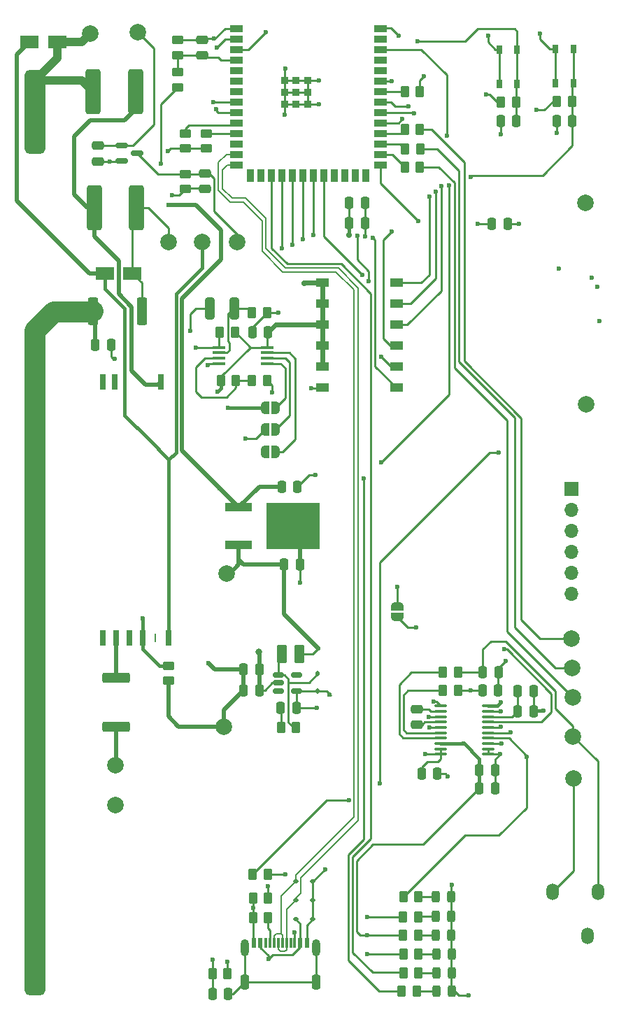
<source format=gbr>
%TF.GenerationSoftware,KiCad,Pcbnew,9.0.0*%
%TF.CreationDate,2025-04-11T15:06:13-04:00*%
%TF.ProjectId,Radiation3,52616469-6174-4696-9f6e-332e6b696361,rev?*%
%TF.SameCoordinates,Original*%
%TF.FileFunction,Copper,L1,Top*%
%TF.FilePolarity,Positive*%
%FSLAX46Y46*%
G04 Gerber Fmt 4.6, Leading zero omitted, Abs format (unit mm)*
G04 Created by KiCad (PCBNEW 9.0.0) date 2025-04-11 15:06:13*
%MOMM*%
%LPD*%
G01*
G04 APERTURE LIST*
G04 Aperture macros list*
%AMRoundRect*
0 Rectangle with rounded corners*
0 $1 Rounding radius*
0 $2 $3 $4 $5 $6 $7 $8 $9 X,Y pos of 4 corners*
0 Add a 4 corners polygon primitive as box body*
4,1,4,$2,$3,$4,$5,$6,$7,$8,$9,$2,$3,0*
0 Add four circle primitives for the rounded corners*
1,1,$1+$1,$2,$3*
1,1,$1+$1,$4,$5*
1,1,$1+$1,$6,$7*
1,1,$1+$1,$8,$9*
0 Add four rect primitives between the rounded corners*
20,1,$1+$1,$2,$3,$4,$5,0*
20,1,$1+$1,$4,$5,$6,$7,0*
20,1,$1+$1,$6,$7,$8,$9,0*
20,1,$1+$1,$8,$9,$2,$3,0*%
%AMFreePoly0*
4,1,23,0.500000,-0.750000,0.000000,-0.750000,0.000000,-0.745722,-0.065263,-0.745722,-0.191342,-0.711940,-0.304381,-0.646677,-0.396677,-0.554381,-0.461940,-0.441342,-0.495722,-0.315263,-0.495722,-0.250000,-0.500000,-0.250000,-0.500000,0.250000,-0.495722,0.250000,-0.495722,0.315263,-0.461940,0.441342,-0.396677,0.554381,-0.304381,0.646677,-0.191342,0.711940,-0.065263,0.745722,0.000000,0.745722,
0.000000,0.750000,0.500000,0.750000,0.500000,-0.750000,0.500000,-0.750000,$1*%
%AMFreePoly1*
4,1,23,0.000000,0.745722,0.065263,0.745722,0.191342,0.711940,0.304381,0.646677,0.396677,0.554381,0.461940,0.441342,0.495722,0.315263,0.495722,0.250000,0.500000,0.250000,0.500000,-0.250000,0.495722,-0.250000,0.495722,-0.315263,0.461940,-0.441342,0.396677,-0.554381,0.304381,-0.646677,0.191342,-0.711940,0.065263,-0.745722,0.000000,-0.745722,0.000000,-0.750000,-0.500000,-0.750000,
-0.500000,0.750000,0.000000,0.750000,0.000000,0.745722,0.000000,0.745722,$1*%
G04 Aperture macros list end*
%TA.AperFunction,SMDPad,CuDef*%
%ADD10RoundRect,0.250000X-0.262500X-0.450000X0.262500X-0.450000X0.262500X0.450000X-0.262500X0.450000X0*%
%TD*%
%TA.AperFunction,SMDPad,CuDef*%
%ADD11RoundRect,0.250000X0.262500X0.450000X-0.262500X0.450000X-0.262500X-0.450000X0.262500X-0.450000X0*%
%TD*%
%TA.AperFunction,ComponentPad*%
%ADD12C,2.000000*%
%TD*%
%TA.AperFunction,SMDPad,CuDef*%
%ADD13RoundRect,0.250000X-0.250000X-0.475000X0.250000X-0.475000X0.250000X0.475000X-0.250000X0.475000X0*%
%TD*%
%TA.AperFunction,SMDPad,CuDef*%
%ADD14R,0.760000X1.910000*%
%TD*%
%TA.AperFunction,SMDPad,CuDef*%
%ADD15R,0.150000X1.000000*%
%TD*%
%TA.AperFunction,SMDPad,CuDef*%
%ADD16RoundRect,0.112500X0.187500X0.112500X-0.187500X0.112500X-0.187500X-0.112500X0.187500X-0.112500X0*%
%TD*%
%TA.AperFunction,SMDPad,CuDef*%
%ADD17RoundRect,0.150000X-0.587500X-0.150000X0.587500X-0.150000X0.587500X0.150000X-0.587500X0.150000X0*%
%TD*%
%TA.AperFunction,SMDPad,CuDef*%
%ADD18R,3.302000X1.117600*%
%TD*%
%TA.AperFunction,SMDPad,CuDef*%
%ADD19R,6.400800X5.689600*%
%TD*%
%TA.AperFunction,SMDPad,CuDef*%
%ADD20R,2.260000X1.510000*%
%TD*%
%TA.AperFunction,SMDPad,CuDef*%
%ADD21RoundRect,0.243750X0.243750X0.456250X-0.243750X0.456250X-0.243750X-0.456250X0.243750X-0.456250X0*%
%TD*%
%TA.AperFunction,ComponentPad*%
%ADD22RoundRect,0.635000X-0.635000X-0.635000X0.635000X-0.635000X0.635000X0.635000X-0.635000X0.635000X0*%
%TD*%
%TA.AperFunction,ComponentPad*%
%ADD23RoundRect,0.635000X0.635000X0.635000X-0.635000X0.635000X-0.635000X-0.635000X0.635000X-0.635000X0*%
%TD*%
%TA.AperFunction,SMDPad,CuDef*%
%ADD24RoundRect,0.250000X0.450000X-0.262500X0.450000X0.262500X-0.450000X0.262500X-0.450000X-0.262500X0*%
%TD*%
%TA.AperFunction,SMDPad,CuDef*%
%ADD25RoundRect,0.250000X-0.650000X-2.450000X0.650000X-2.450000X0.650000X2.450000X-0.650000X2.450000X0*%
%TD*%
%TA.AperFunction,SMDPad,CuDef*%
%ADD26RoundRect,0.250000X-1.425000X0.362500X-1.425000X-0.362500X1.425000X-0.362500X1.425000X0.362500X0*%
%TD*%
%TA.AperFunction,SMDPad,CuDef*%
%ADD27R,1.500000X0.449999*%
%TD*%
%TA.AperFunction,SMDPad,CuDef*%
%ADD28RoundRect,0.250000X-0.450000X0.262500X-0.450000X-0.262500X0.450000X-0.262500X0.450000X0.262500X0*%
%TD*%
%TA.AperFunction,SMDPad,CuDef*%
%ADD29RoundRect,0.250000X0.375000X0.850000X-0.375000X0.850000X-0.375000X-0.850000X0.375000X-0.850000X0*%
%TD*%
%TA.AperFunction,ComponentPad*%
%ADD30O,1.498600X2.006600*%
%TD*%
%TA.AperFunction,SMDPad,CuDef*%
%ADD31FreePoly0,0.000000*%
%TD*%
%TA.AperFunction,SMDPad,CuDef*%
%ADD32FreePoly1,0.000000*%
%TD*%
%TA.AperFunction,SMDPad,CuDef*%
%ADD33RoundRect,0.250000X0.250000X0.475000X-0.250000X0.475000X-0.250000X-0.475000X0.250000X-0.475000X0*%
%TD*%
%TA.AperFunction,SMDPad,CuDef*%
%ADD34FreePoly0,180.000000*%
%TD*%
%TA.AperFunction,SMDPad,CuDef*%
%ADD35FreePoly1,180.000000*%
%TD*%
%TA.AperFunction,SMDPad,CuDef*%
%ADD36RoundRect,0.250000X-0.475000X0.250000X-0.475000X-0.250000X0.475000X-0.250000X0.475000X0.250000X0*%
%TD*%
%TA.AperFunction,SMDPad,CuDef*%
%ADD37FreePoly0,270.000000*%
%TD*%
%TA.AperFunction,SMDPad,CuDef*%
%ADD38FreePoly1,270.000000*%
%TD*%
%TA.AperFunction,SMDPad,CuDef*%
%ADD39RoundRect,0.250000X-0.362500X-1.425000X0.362500X-1.425000X0.362500X1.425000X-0.362500X1.425000X0*%
%TD*%
%TA.AperFunction,SMDPad,CuDef*%
%ADD40R,0.650000X1.050000*%
%TD*%
%TA.AperFunction,SMDPad,CuDef*%
%ADD41RoundRect,0.250000X0.312500X1.075000X-0.312500X1.075000X-0.312500X-1.075000X0.312500X-1.075000X0*%
%TD*%
%TA.AperFunction,SMDPad,CuDef*%
%ADD42RoundRect,0.150000X-0.512500X-0.150000X0.512500X-0.150000X0.512500X0.150000X-0.512500X0.150000X0*%
%TD*%
%TA.AperFunction,SMDPad,CuDef*%
%ADD43R,0.600000X1.150000*%
%TD*%
%TA.AperFunction,SMDPad,CuDef*%
%ADD44R,0.300000X1.200000*%
%TD*%
%TA.AperFunction,ComponentPad*%
%ADD45O,1.000000X2.100000*%
%TD*%
%TA.AperFunction,ComponentPad*%
%ADD46RoundRect,0.250000X-0.250000X-0.650000X0.250000X-0.650000X0.250000X0.650000X-0.250000X0.650000X0*%
%TD*%
%TA.AperFunction,SMDPad,CuDef*%
%ADD47R,1.500000X1.100000*%
%TD*%
%TA.AperFunction,SMDPad,CuDef*%
%ADD48RoundRect,0.250000X0.475000X-0.250000X0.475000X0.250000X-0.475000X0.250000X-0.475000X-0.250000X0*%
%TD*%
%TA.AperFunction,ComponentPad*%
%ADD49R,1.700000X1.700000*%
%TD*%
%TA.AperFunction,ComponentPad*%
%ADD50O,1.700000X1.700000*%
%TD*%
%TA.AperFunction,SMDPad,CuDef*%
%ADD51R,1.500000X0.900000*%
%TD*%
%TA.AperFunction,SMDPad,CuDef*%
%ADD52R,0.900000X1.500000*%
%TD*%
%TA.AperFunction,SMDPad,CuDef*%
%ADD53R,0.900000X0.900000*%
%TD*%
%TA.AperFunction,SMDPad,CuDef*%
%ADD54RoundRect,0.112500X0.112500X-0.187500X0.112500X0.187500X-0.112500X0.187500X-0.112500X-0.187500X0*%
%TD*%
%TA.AperFunction,SMDPad,CuDef*%
%ADD55RoundRect,0.100000X-0.637500X-0.100000X0.637500X-0.100000X0.637500X0.100000X-0.637500X0.100000X0*%
%TD*%
%TA.AperFunction,ViaPad*%
%ADD56C,0.600000*%
%TD*%
%TA.AperFunction,ViaPad*%
%ADD57C,0.700000*%
%TD*%
%TA.AperFunction,ViaPad*%
%ADD58C,0.800000*%
%TD*%
%TA.AperFunction,Conductor*%
%ADD59C,0.254000*%
%TD*%
%TA.AperFunction,Conductor*%
%ADD60C,0.500000*%
%TD*%
%TA.AperFunction,Conductor*%
%ADD61C,0.200000*%
%TD*%
%TA.AperFunction,Conductor*%
%ADD62C,0.400000*%
%TD*%
%TA.AperFunction,Conductor*%
%ADD63C,0.600000*%
%TD*%
%TA.AperFunction,Conductor*%
%ADD64C,1.000000*%
%TD*%
%TA.AperFunction,Conductor*%
%ADD65C,2.540000*%
%TD*%
G04 APERTURE END LIST*
D10*
%TO.P,R3,1*%
%TO.N,/RAD_IN*%
X63087508Y-105450000D03*
%TO.P,R3,2*%
%TO.N,+3.3V*%
X64912508Y-105450000D03*
%TD*%
D11*
%TO.P,R30,1*%
%TO.N,/Audio3/OUTL*%
X91900000Y-148825000D03*
%TO.P,R30,2*%
%TO.N,Net-(U5-OUTL)*%
X90075000Y-148825000D03*
%TD*%
D12*
%TO.P,OUTL1,1,1*%
%TO.N,/Audio3/OUTL*%
X105925000Y-159450000D03*
%TD*%
D13*
%TO.P,C17,1*%
%TO.N,+3.3V*%
X78750000Y-92200000D03*
%TO.P,C17,2*%
%TO.N,GND*%
X80650000Y-92200000D03*
%TD*%
D14*
%TO.P,T1,1,1*%
%TO.N,unconnected-(T1-Pad1)*%
X48912500Y-142405000D03*
%TO.P,T1,2*%
%TO.N,Net-(R6-Pad1)*%
X50512500Y-142405000D03*
%TO.P,T1,3*%
%TO.N,unconnected-(T1-Pad3)*%
X52112500Y-142405000D03*
%TO.P,T1,4*%
%TO.N,Net-(Q1-D)*%
X53712500Y-142405000D03*
D15*
%TO.P,T1,5,5*%
%TO.N,unconnected-(T1-Pad5)*%
X55282500Y-142405000D03*
D14*
%TO.P,T1,6*%
%TO.N,Net-(D1-A)*%
X56912500Y-142405000D03*
%TO.P,T1,7*%
%TO.N,Net-(C2-Pad1)*%
X55942500Y-111475000D03*
%TO.P,T1,8,8*%
%TO.N,unconnected-(T1-Pad8)*%
X50342500Y-111475000D03*
%TO.P,T1,9,9*%
%TO.N,unconnected-(T1-Pad9)*%
X48912500Y-111435000D03*
%TD*%
D11*
%TO.P,R21,1*%
%TO.N,/I2S_BCK*%
X87300000Y-85430000D03*
%TO.P,R21,2*%
%TO.N,Net-(U4-IO35)*%
X85475000Y-85430000D03*
%TD*%
%TO.P,R12,1*%
%TO.N,/GPIO0*%
X105712500Y-77500000D03*
%TO.P,R12,2*%
%TO.N,+3.3V*%
X103887500Y-77500000D03*
%TD*%
D16*
%TO.P,D10,1,1*%
%TO.N,GND*%
X74350000Y-174200000D03*
%TO.P,D10,2,2*%
%TO.N,/USB_D+*%
X72250000Y-174200000D03*
%TD*%
D17*
%TO.P,Q1,1,G*%
%TO.N,Net-(Q1-G)*%
X51200000Y-82800000D03*
%TO.P,Q1,2,S*%
%TO.N,GND*%
X51200000Y-84700000D03*
%TO.P,Q1,3,D*%
%TO.N,Net-(Q1-D)*%
X53075000Y-83750000D03*
%TD*%
D12*
%TO.P,GND1,1,1*%
%TO.N,GND*%
X50400000Y-162675000D03*
%TD*%
D11*
%TO.P,R26,1*%
%TO.N,Net-(J1-CC2)*%
X64012500Y-183100000D03*
%TO.P,R26,2*%
%TO.N,GND*%
X62187500Y-183100000D03*
%TD*%
D13*
%TO.P,C3,1*%
%TO.N,/Power3/ANODE*%
X48000000Y-107000000D03*
%TO.P,C3,2*%
%TO.N,Net-(C3-Pad2)*%
X49900000Y-107000000D03*
%TD*%
D18*
%TO.P,U2,1,IN*%
%TO.N,VBUS*%
X65371800Y-126639000D03*
D19*
%TO.P,U2,2,GND*%
%TO.N,GND*%
X71925000Y-128925000D03*
D18*
%TO.P,U2,3,OUT*%
%TO.N,+3.3V*%
X65371800Y-131211000D03*
%TD*%
D12*
%TO.P,5V1,1,1*%
%TO.N,+5V*%
X63550000Y-153175000D03*
%TD*%
D11*
%TO.P,R31,1*%
%TO.N,/Audio3/OUTR*%
X91900000Y-146625000D03*
%TO.P,R31,2*%
%TO.N,Net-(U5-OUTR)*%
X90075000Y-146625000D03*
%TD*%
%TO.P,R13,1*%
%TO.N,/EN*%
X98912500Y-77600000D03*
%TO.P,R13,2*%
%TO.N,+3.3V*%
X97087500Y-77600000D03*
%TD*%
D20*
%TO.P,D2,1,K*%
%TO.N,Net-(D1-A)*%
X40030000Y-70300000D03*
%TO.P,D2,2,A*%
%TO.N,/Power3/CATHODE*%
X43370000Y-70300000D03*
%TD*%
D13*
%TO.P,C8,1*%
%TO.N,VBUS*%
X70573100Y-124125000D03*
%TO.P,C8,2*%
%TO.N,GND*%
X72473100Y-124125000D03*
%TD*%
D21*
%TO.P,D5,1,K*%
%TO.N,GND*%
X91100000Y-176100000D03*
%TO.P,D5,2,A*%
%TO.N,Net-(D5-A)*%
X89225000Y-176100000D03*
%TD*%
D22*
%TO.P,F1,1,1*%
%TO.N,/Power3/ANODE*%
X40700000Y-184477500D03*
X40700000Y-176857500D03*
D23*
%TO.P,F1,2,2*%
%TO.N,/Power3/CATHODE*%
X40695000Y-82582500D03*
X40695000Y-74962500D03*
%TD*%
D11*
%TO.P,R23,1*%
%TO.N,/I2S_LRCK*%
X87312500Y-83230000D03*
%TO.P,R23,2*%
%TO.N,Net-(U4-IO36)*%
X85487500Y-83230000D03*
%TD*%
D13*
%TO.P,C19,1*%
%TO.N,/Audio3/OUTR*%
X94900000Y-146625000D03*
%TO.P,C19,2*%
%TO.N,AGND*%
X96800000Y-146625000D03*
%TD*%
D24*
%TO.P,R9,1*%
%TO.N,GND*%
X58900000Y-88112500D03*
%TO.P,R9,2*%
%TO.N,Net-(Q1-D)*%
X58900000Y-86287500D03*
%TD*%
D13*
%TO.P,C12,1*%
%TO.N,+5V*%
X65950000Y-146240000D03*
%TO.P,C12,2*%
%TO.N,GND*%
X67850000Y-146240000D03*
%TD*%
%TO.P,C25,1*%
%TO.N,+3.3V*%
X94500000Y-160625000D03*
%TO.P,C25,2*%
%TO.N,AGND*%
X96400000Y-160625000D03*
%TD*%
D25*
%TO.P,C2,1*%
%TO.N,Net-(C2-Pad1)*%
X47900000Y-90400000D03*
%TO.P,C2,2*%
%TO.N,Net-(D1-K)*%
X53000000Y-90400000D03*
%TD*%
D11*
%TO.P,R16,1*%
%TO.N,Net-(D6-A)*%
X87062500Y-178400000D03*
%TO.P,R16,2*%
%TO.N,+3.3V*%
X85237500Y-178400000D03*
%TD*%
D12*
%TO.P,LRCK1,1,1*%
%TO.N,/I2S_LRCK*%
X105700000Y-146075000D03*
%TD*%
D13*
%TO.P,C11,1*%
%TO.N,GND*%
X97050000Y-79900000D03*
%TO.P,C11,2*%
%TO.N,/EN*%
X98950000Y-79900000D03*
%TD*%
%TO.P,C24,1*%
%TO.N,+3.3V*%
X94500000Y-158425000D03*
%TO.P,C24,2*%
%TO.N,AGND*%
X96400000Y-158425000D03*
%TD*%
D25*
%TO.P,C4,1*%
%TO.N,/Power3/CATHODE*%
X47750000Y-76300000D03*
%TO.P,C4,2*%
%TO.N,Net-(C2-Pad1)*%
X52850000Y-76300000D03*
%TD*%
D11*
%TO.P,R14,1*%
%TO.N,Net-(D4-A)*%
X87112500Y-173800000D03*
%TO.P,R14,2*%
%TO.N,/I2S_DOUT*%
X85287500Y-173800000D03*
%TD*%
D12*
%TO.P,DRAIN1,1,1*%
%TO.N,Net-(Q1-D)*%
X65150000Y-94500000D03*
%TD*%
D26*
%TO.P,R6,1*%
%TO.N,Net-(R6-Pad1)*%
X50500000Y-147237500D03*
%TO.P,R6,2*%
%TO.N,VBUS*%
X50500000Y-153162500D03*
%TD*%
D27*
%TO.P,U1,1,1OUT*%
%TO.N,/RAD_IN*%
X63000024Y-107275001D03*
%TO.P,U1,2,1IN-*%
%TO.N,Net-(U1A-1IN-)*%
X63000024Y-107924999D03*
%TO.P,U1,3,1IN+*%
%TO.N,Net-(U1A-1IN+)*%
X63000024Y-108575001D03*
%TO.P,U1,4,GND*%
%TO.N,GND*%
X63000024Y-109224999D03*
%TO.P,U1,5,2IN+*%
%TO.N,Net-(JP1-A)*%
X68799992Y-109224999D03*
%TO.P,U1,6,2IN-*%
%TO.N,Net-(JP3-A)*%
X68799992Y-108575001D03*
%TO.P,U1,7,2OUT*%
%TO.N,Net-(JP2-B)*%
X68799992Y-107924999D03*
%TO.P,U1,8,VCC*%
%TO.N,+3.3V*%
X68799992Y-107275001D03*
%TD*%
D28*
%TO.P,R29,1*%
%TO.N,/SCL*%
X58900000Y-81375000D03*
%TO.P,R29,2*%
%TO.N,+3.3V*%
X58900000Y-83200000D03*
%TD*%
D11*
%TO.P,R27,1*%
%TO.N,/MCU3/SHELL_GND*%
X68912500Y-173900000D03*
%TO.P,R27,2*%
%TO.N,GND*%
X67087500Y-173900000D03*
%TD*%
D29*
%TO.P,L1,1,1*%
%TO.N,+3.3V*%
X72700000Y-144350000D03*
%TO.P,L1,2,2*%
%TO.N,Net-(D3-A)*%
X70550000Y-144350000D03*
%TD*%
D30*
%TO.P,J2,1,1*%
%TO.N,AGND*%
X107600000Y-178490435D03*
%TO.P,J2,2,2*%
%TO.N,/Audio3/OUTL*%
X103349818Y-173190433D03*
%TO.P,J2,3,3*%
%TO.N,/Audio3/OUTR*%
X108849817Y-173190433D03*
%TD*%
D16*
%TO.P,D12,1,1*%
%TO.N,GND*%
X74350000Y-176500000D03*
%TO.P,D12,2,2*%
%TO.N,VBUS*%
X72250000Y-176500000D03*
%TD*%
D11*
%TO.P,R17,1*%
%TO.N,Net-(D7-A)*%
X87112500Y-180700000D03*
%TO.P,R17,2*%
%TO.N,VBUS*%
X85287500Y-180700000D03*
%TD*%
D13*
%TO.P,C16,1*%
%TO.N,+3.3V*%
X78750000Y-89740000D03*
%TO.P,C16,2*%
%TO.N,GND*%
X80650000Y-89740000D03*
%TD*%
D10*
%TO.P,R11,1*%
%TO.N,Net-(C7-Pad2)*%
X70487500Y-153250000D03*
%TO.P,R11,2*%
%TO.N,Net-(D3-A)*%
X72312500Y-153250000D03*
%TD*%
D11*
%TO.P,R24,1*%
%TO.N,/I2S_DOUT*%
X87300000Y-80930000D03*
%TO.P,R24,2*%
%TO.N,Net-(U4-IO37)*%
X85475000Y-80930000D03*
%TD*%
D31*
%TO.P,JP2,1,A*%
%TO.N,unconnected-(JP2-A-Pad1)*%
X68550000Y-119925000D03*
D32*
%TO.P,JP2,2,B*%
%TO.N,Net-(JP2-B)*%
X69850000Y-119925000D03*
%TD*%
D33*
%TO.P,C23,1*%
%TO.N,Net-(U5-VNEG)*%
X89387500Y-158900000D03*
%TO.P,C23,2*%
%TO.N,AGND*%
X87487500Y-158900000D03*
%TD*%
D34*
%TO.P,JP3,1,A*%
%TO.N,Net-(JP3-A)*%
X69850000Y-117225000D03*
D35*
%TO.P,JP3,2,B*%
%TO.N,GND*%
X68550000Y-117225000D03*
%TD*%
D21*
%TO.P,D6,1,K*%
%TO.N,GND*%
X91087500Y-178400000D03*
%TO.P,D6,2,A*%
%TO.N,Net-(D6-A)*%
X89212500Y-178400000D03*
%TD*%
D12*
%TO.P,VBUS1,1,1*%
%TO.N,VBUS*%
X50400000Y-157850000D03*
%TD*%
%TO.P,OUTR1,1,1*%
%TO.N,/Audio3/OUTR*%
X105825000Y-154350000D03*
%TD*%
D11*
%TO.P,R32,1*%
%TO.N,+3.3V*%
X68887500Y-171050000D03*
%TO.P,R32,2*%
%TO.N,/CS*%
X67062500Y-171050000D03*
%TD*%
D28*
%TO.P,R25,1*%
%TO.N,GND*%
X58000000Y-70087500D03*
%TO.P,R25,2*%
%TO.N,Net-(U4-IO4{slash}ADC1_CH3)*%
X58000000Y-71912500D03*
%TD*%
D16*
%TO.P,D11,1,1*%
%TO.N,GND*%
X74350000Y-171900000D03*
%TO.P,D11,2,2*%
%TO.N,/USB_D-*%
X72250000Y-171900000D03*
%TD*%
D12*
%TO.P,HIV-1,1,1*%
%TO.N,/Power3/CATHODE*%
X47425000Y-69250000D03*
%TD*%
D36*
%TO.P,C18,1*%
%TO.N,Net-(U5-CAPP)*%
X86887500Y-151050000D03*
%TO.P,C18,2*%
%TO.N,Net-(U5-CAPM)*%
X86887500Y-152950000D03*
%TD*%
D12*
%TO.P,DOUT1,1,1*%
%TO.N,/I2S_DOUT*%
X105650000Y-142500000D03*
%TD*%
D11*
%TO.P,R22,1*%
%TO.N,Net-(J1-CC1)*%
X68912500Y-176300000D03*
%TO.P,R22,2*%
%TO.N,GND*%
X67087500Y-176300000D03*
%TD*%
D20*
%TO.P,D1,1,K*%
%TO.N,Net-(D1-K)*%
X52495000Y-98300000D03*
%TO.P,D1,2,A*%
%TO.N,Net-(D1-A)*%
X49155000Y-98300000D03*
%TD*%
D37*
%TO.P,JP4,1,A*%
%TO.N,GND*%
X84525000Y-138600000D03*
D38*
%TO.P,JP4,2,B*%
%TO.N,AGND*%
X84525000Y-139900000D03*
%TD*%
D11*
%TO.P,R8,1*%
%TO.N,Net-(Q1-G)*%
X87300000Y-76330000D03*
%TO.P,R8,2*%
%TO.N,/PWM*%
X85475000Y-76330000D03*
%TD*%
D39*
%TO.P,R4,1*%
%TO.N,/Power3/ANODE*%
X47700000Y-102900000D03*
%TO.P,R4,2*%
%TO.N,Net-(D1-K)*%
X53625000Y-102900000D03*
%TD*%
D40*
%TO.P,S1,1*%
%TO.N,/GPIO0*%
X105875000Y-71125000D03*
%TO.P,S1,2*%
X105875000Y-75275000D03*
%TO.P,S1,3*%
%TO.N,GND*%
X103725000Y-71125000D03*
%TO.P,S1,4*%
X103725000Y-75275000D03*
%TD*%
D11*
%TO.P,R15,1*%
%TO.N,Net-(D5-A)*%
X87087500Y-176200000D03*
%TO.P,R15,2*%
%TO.N,+5V*%
X85262500Y-176200000D03*
%TD*%
D13*
%TO.P,C20,1*%
%TO.N,/Audio3/OUTL*%
X94850000Y-148825000D03*
%TO.P,C20,2*%
%TO.N,AGND*%
X96750000Y-148825000D03*
%TD*%
%TO.P,C26,1*%
%TO.N,+3.3V*%
X96000000Y-92300000D03*
%TO.P,C26,2*%
%TO.N,GND*%
X97900000Y-92300000D03*
%TD*%
%TO.P,C1,1*%
%TO.N,GND*%
X67000008Y-105440000D03*
%TO.P,C1,2*%
%TO.N,+3.3V*%
X68900008Y-105440000D03*
%TD*%
D41*
%TO.P,R7,1*%
%TO.N,Net-(U1A-1IN-)*%
X64812500Y-102550000D03*
%TO.P,R7,2*%
%TO.N,Net-(C3-Pad2)*%
X61887500Y-102550000D03*
%TD*%
D13*
%TO.P,C22,1*%
%TO.N,Net-(U5-LDOO)*%
X99137500Y-151300000D03*
%TO.P,C22,2*%
%TO.N,AGND*%
X101037500Y-151300000D03*
%TD*%
D11*
%TO.P,R18,1*%
%TO.N,Net-(D8-A)*%
X87112500Y-183000000D03*
%TO.P,R18,2*%
%TO.N,/BAT_SENSE*%
X85287500Y-183000000D03*
%TD*%
D40*
%TO.P,S2,1*%
%TO.N,/EN*%
X99075000Y-71225000D03*
%TO.P,S2,2*%
X99075000Y-75375000D03*
%TO.P,S2,3*%
%TO.N,GND*%
X96925000Y-71225000D03*
%TO.P,S2,4*%
X96925000Y-75375000D03*
%TD*%
D42*
%TO.P,U3,1,SW*%
%TO.N,Net-(D3-A)*%
X70125000Y-146950000D03*
%TO.P,U3,2,GND*%
%TO.N,GND*%
X70125000Y-147900000D03*
%TO.P,U3,3,NC*%
%TO.N,unconnected-(U3-NC-Pad3)*%
X70125000Y-148850000D03*
%TO.P,U3,4,VOUT*%
%TO.N,+5V*%
X72400000Y-148850000D03*
%TO.P,U3,5,NC*%
%TO.N,unconnected-(U3-NC-Pad5)*%
X72400000Y-146950000D03*
%TD*%
D28*
%TO.P,R28,1*%
%TO.N,/SDA*%
X61400000Y-81387500D03*
%TO.P,R28,2*%
%TO.N,+3.3V*%
X61400000Y-83212500D03*
%TD*%
D12*
%TO.P,GND3,1,1*%
%TO.N,GND*%
X107450000Y-114125000D03*
%TD*%
%TO.P,BCK1,1,1*%
%TO.N,/I2S_BCK*%
X105800000Y-149675000D03*
%TD*%
D13*
%TO.P,C13,1*%
%TO.N,+5V*%
X65950000Y-148750000D03*
%TO.P,C13,2*%
%TO.N,GND*%
X67850000Y-148750000D03*
%TD*%
D12*
%TO.P,STG1,1,1*%
%TO.N,Net-(D1-A)*%
X60900000Y-94500000D03*
%TD*%
D34*
%TO.P,JP1,1,A*%
%TO.N,Net-(JP1-A)*%
X69825000Y-114550000D03*
D35*
%TO.P,JP1,2,B*%
%TO.N,+3.3V*%
X68525000Y-114550000D03*
%TD*%
D21*
%TO.P,D8,1,K*%
%TO.N,GND*%
X91137500Y-183000000D03*
%TO.P,D8,2,A*%
%TO.N,Net-(D8-A)*%
X89262500Y-183000000D03*
%TD*%
D36*
%TO.P,C5,1*%
%TO.N,Net-(Q1-D)*%
X61300000Y-86200000D03*
%TO.P,C5,2*%
%TO.N,GND*%
X61300000Y-88100000D03*
%TD*%
%TO.P,C6,1*%
%TO.N,Net-(Q1-G)*%
X48300000Y-82850000D03*
%TO.P,C6,2*%
%TO.N,GND*%
X48300000Y-84750000D03*
%TD*%
D13*
%TO.P,C9,1*%
%TO.N,+3.3V*%
X70873100Y-133525000D03*
%TO.P,C9,2*%
%TO.N,GND*%
X72773100Y-133525000D03*
%TD*%
D12*
%TO.P,+3.3V1,1,1*%
%TO.N,+3.3V*%
X63900000Y-134625000D03*
%TD*%
D43*
%TO.P,J1,A1_B12,GND*%
%TO.N,GND*%
X67200000Y-179345000D03*
%TO.P,J1,A4_B9,VBUS*%
%TO.N,VBUS*%
X68000000Y-179345000D03*
D44*
%TO.P,J1,A5,CC1*%
%TO.N,Net-(J1-CC1)*%
X69150000Y-179320000D03*
%TO.P,J1,A6,DP+*%
%TO.N,/USB_D+*%
X70150000Y-179320000D03*
%TO.P,J1,A7,DN-*%
%TO.N,/USB_D-*%
X70650000Y-179320000D03*
%TO.P,J1,A8,SBU1*%
%TO.N,unconnected-(J1-SBU1-PadA8)*%
X71650000Y-179320000D03*
D43*
%TO.P,J1,B1_A12,GND*%
%TO.N,GND*%
X73600000Y-179345000D03*
%TO.P,J1,B4_A9,VBUS*%
%TO.N,VBUS*%
X72800000Y-179345000D03*
D44*
%TO.P,J1,B5,CC2*%
%TO.N,Net-(J1-CC2)*%
X72150000Y-179320000D03*
%TO.P,J1,B6,DP2+*%
%TO.N,/USB_D+*%
X71150000Y-179320000D03*
%TO.P,J1,B7,DN2-*%
%TO.N,/USB_D-*%
X69650000Y-179320000D03*
%TO.P,J1,B8,SBU2*%
%TO.N,unconnected-(J1-SBU2-PadB8)*%
X68650000Y-179320000D03*
D45*
%TO.P,J1,SH1,SHELL_GND*%
%TO.N,/MCU3/SHELL_GND*%
X66080000Y-179920000D03*
%TO.P,J1,SH2,SHELL_GND*%
X74720000Y-179920000D03*
D46*
%TO.P,J1,SH3,SHELL_GND*%
X66080000Y-184100000D03*
%TO.P,J1,SH4,SHELL_GND*%
X74720000Y-184100000D03*
%TD*%
D12*
%TO.P,PWM1,1,1*%
%TO.N,Net-(Q1-G)*%
X53175000Y-69150000D03*
%TD*%
%TO.P,GND2,1,1*%
%TO.N,GND*%
X107300000Y-89800000D03*
%TD*%
D47*
%TO.P,S3,1A*%
%TO.N,+3.3V*%
X75537500Y-99450000D03*
%TO.P,S3,1B*%
%TO.N,/GPIO38*%
X84437500Y-99450000D03*
%TO.P,S3,2A*%
%TO.N,+3.3V*%
X75537500Y-101990000D03*
%TO.P,S3,2B*%
%TO.N,/GPIO39*%
X84437500Y-101990000D03*
%TO.P,S3,3A*%
%TO.N,+3.3V*%
X75537500Y-104530000D03*
%TO.P,S3,3B*%
%TO.N,/GPIO40*%
X84437500Y-104530000D03*
%TO.P,S3,4A*%
%TO.N,+3.3V*%
X75537500Y-107070000D03*
%TO.P,S3,4B*%
%TO.N,/GPIO42*%
X84437500Y-107070000D03*
%TO.P,S3,5A*%
%TO.N,+3.3V*%
X75537500Y-109610000D03*
%TO.P,S3,5B*%
%TO.N,/GPIO16*%
X84437500Y-109610000D03*
%TO.P,S3,6A*%
%TO.N,/RAD_IN*%
X75537500Y-112150000D03*
%TO.P,S3,6B*%
%TO.N,/RAD_IN2*%
X84437500Y-112150000D03*
%TD*%
D13*
%TO.P,C21,1*%
%TO.N,Net-(U5-LDOO)*%
X99137500Y-148900000D03*
%TO.P,C21,2*%
%TO.N,AGND*%
X101037500Y-148900000D03*
%TD*%
D11*
%TO.P,R2,1*%
%TO.N,Net-(U1A-1IN+)*%
X65037500Y-111300000D03*
%TO.P,R2,2*%
%TO.N,+3.3V*%
X63212500Y-111300000D03*
%TD*%
D28*
%TO.P,R20,1*%
%TO.N,Net-(U4-IO4{slash}ADC1_CH3)*%
X58000000Y-73987500D03*
%TO.P,R20,2*%
%TO.N,VBUS*%
X58000000Y-75812500D03*
%TD*%
D11*
%TO.P,R19,1*%
%TO.N,Net-(D9-A)*%
X86912500Y-185200000D03*
%TO.P,R19,2*%
%TO.N,/BLINK*%
X85087500Y-185200000D03*
%TD*%
D48*
%TO.P,C14,1*%
%TO.N,Net-(U4-IO4{slash}ADC1_CH3)*%
X60900000Y-71950000D03*
%TO.P,C14,2*%
%TO.N,GND*%
X60900000Y-70050000D03*
%TD*%
D21*
%TO.P,D7,1,K*%
%TO.N,GND*%
X91137500Y-180700000D03*
%TO.P,D7,2,A*%
%TO.N,Net-(D7-A)*%
X89262500Y-180700000D03*
%TD*%
%TO.P,D9,1,K*%
%TO.N,GND*%
X91137500Y-185200000D03*
%TO.P,D9,2,A*%
%TO.N,Net-(D9-A)*%
X89262500Y-185200000D03*
%TD*%
D49*
%TO.P,J4,1,Pin_1*%
%TO.N,/CS*%
X105600000Y-124380000D03*
D50*
%TO.P,J4,2,Pin_2*%
%TO.N,/MOSI*%
X105600000Y-126920000D03*
%TO.P,J4,3,Pin_3*%
%TO.N,/MISO*%
X105600000Y-129460000D03*
%TO.P,J4,4,Pin_4*%
%TO.N,/SCK*%
X105600000Y-132000000D03*
%TO.P,J4,5,Pin_5*%
%TO.N,+3.3V*%
X105600000Y-134540000D03*
%TO.P,J4,6,Pin_6*%
%TO.N,GND*%
X105600000Y-137080000D03*
%TD*%
D11*
%TO.P,R5,1*%
%TO.N,GND*%
X68812500Y-111300000D03*
%TO.P,R5,2*%
%TO.N,Net-(U1A-1IN+)*%
X66987500Y-111300000D03*
%TD*%
D21*
%TO.P,D4,1,K*%
%TO.N,GND*%
X91112500Y-173800000D03*
%TO.P,D4,2,A*%
%TO.N,Net-(D4-A)*%
X89237500Y-173800000D03*
%TD*%
D51*
%TO.P,U4,1,GND_1*%
%TO.N,GND*%
X65050000Y-68680000D03*
%TO.P,U4,2,3V3*%
%TO.N,+3.3V*%
X65050000Y-69950000D03*
%TO.P,U4,3,EN*%
%TO.N,/EN*%
X65050000Y-71220000D03*
%TO.P,U4,4,IO4/ADC1_CH3*%
%TO.N,Net-(U4-IO4{slash}ADC1_CH3)*%
X65050000Y-72490000D03*
%TO.P,U4,5,IO5/ADC1_CH4*%
%TO.N,unconnected-(U4-IO5{slash}ADC1_CH4-Pad5)*%
X65050000Y-73760000D03*
%TO.P,U4,6,IO6*%
%TO.N,unconnected-(U4-IO6-Pad6)*%
X65050000Y-75030000D03*
%TO.P,U4,7,IO7*%
%TO.N,unconnected-(U4-IO7-Pad7)*%
X65050000Y-76300000D03*
%TO.P,U4,8,IO15*%
%TO.N,/RAD_IN2*%
X65050000Y-77570000D03*
%TO.P,U4,9,IO16*%
%TO.N,/GPIO16*%
X65050000Y-78840000D03*
%TO.P,U4,10,IO17*%
%TO.N,/SCL*%
X65050000Y-80110000D03*
%TO.P,U4,11,IO18*%
%TO.N,/SDA*%
X65050000Y-81380000D03*
%TO.P,U4,12,IO8*%
%TO.N,unconnected-(U4-IO8-Pad12)*%
X65050000Y-82650000D03*
%TO.P,U4,13,IO19*%
%TO.N,/USB_D-*%
X65050000Y-83920000D03*
%TO.P,U4,14,IO20*%
%TO.N,/USB_D+*%
X65050000Y-85190000D03*
D52*
%TO.P,U4,15,IO3*%
%TO.N,unconnected-(U4-IO3-Pad15)*%
X66815000Y-86440000D03*
%TO.P,U4,16,IO46*%
%TO.N,unconnected-(U4-IO46-Pad16)*%
X68085000Y-86440000D03*
%TO.P,U4,17,IO9*%
%TO.N,/BAT_SENSE*%
X69355000Y-86440000D03*
%TO.P,U4,18,IO10/CS*%
%TO.N,/CS*%
X70625000Y-86440000D03*
%TO.P,U4,19,IO11/MOSI*%
%TO.N,/MOSI*%
X71895000Y-86440000D03*
%TO.P,U4,20,IO12/CLK*%
%TO.N,/SCK*%
X73165000Y-86440000D03*
%TO.P,U4,21,IO13/MISO*%
%TO.N,/MISO*%
X74435000Y-86440000D03*
%TO.P,U4,22,IO14*%
%TO.N,/MUTE*%
X75705000Y-86440000D03*
%TO.P,U4,23,IO21*%
%TO.N,unconnected-(U4-IO21-Pad23)*%
X76975000Y-86440000D03*
%TO.P,U4,24,IO47*%
%TO.N,unconnected-(U4-IO47-Pad24)*%
X78245000Y-86440000D03*
%TO.P,U4,25,IO48*%
%TO.N,unconnected-(U4-IO48-Pad25)*%
X79515000Y-86440000D03*
%TO.P,U4,26,IO45*%
%TO.N,unconnected-(U4-IO45-Pad26)*%
X80785000Y-86440000D03*
D51*
%TO.P,U4,27,IO0*%
%TO.N,/GPIO0*%
X82550000Y-85190000D03*
%TO.P,U4,28,IO35*%
%TO.N,Net-(U4-IO35)*%
X82550000Y-83920000D03*
%TO.P,U4,29,IO36*%
%TO.N,Net-(U4-IO36)*%
X82550000Y-82650000D03*
%TO.P,U4,30,IO37*%
%TO.N,Net-(U4-IO37)*%
X82550000Y-81380000D03*
%TO.P,U4,31,IO38*%
%TO.N,/GPIO38*%
X82550000Y-80110000D03*
%TO.P,U4,32,IO39*%
%TO.N,/GPIO39*%
X82550000Y-78840000D03*
%TO.P,U4,33,IO40*%
%TO.N,/GPIO40*%
X82550000Y-77570000D03*
%TO.P,U4,34,IO41*%
%TO.N,/PWM*%
X82550000Y-76300000D03*
%TO.P,U4,35,IO42*%
%TO.N,/GPIO42*%
X82550000Y-75030000D03*
%TO.P,U4,36,RXD0*%
%TO.N,unconnected-(U4-RXD0-Pad36)*%
X82550000Y-73760000D03*
%TO.P,U4,37,TXD0*%
%TO.N,unconnected-(U4-TXD0-Pad37)*%
X82550000Y-72490000D03*
%TO.P,U4,38,IO2*%
%TO.N,/BLINK*%
X82550000Y-71220000D03*
%TO.P,U4,39,IO1*%
%TO.N,unconnected-(U4-IO1-Pad39)*%
X82550000Y-69950000D03*
%TO.P,U4,40,GND_2*%
%TO.N,GND*%
X82550000Y-68680000D03*
D53*
%TO.P,U4,41,GND_3*%
X72300000Y-76400000D03*
%TO.P,U4,42,GND_4*%
X72300000Y-75000000D03*
%TO.P,U4,43,GND_5*%
X70900000Y-75000000D03*
%TO.P,U4,44,GND_6*%
X70900000Y-76400000D03*
%TO.P,U4,45,GND_7*%
X70900000Y-77800000D03*
%TO.P,U4,46,GND_8*%
X72300000Y-77800000D03*
%TO.P,U4,47,GND_9*%
X73700000Y-77800000D03*
%TO.P,U4,48,GND_10*%
X73700000Y-76400000D03*
%TO.P,U4,49,GND_11*%
X73700000Y-75000000D03*
%TD*%
D12*
%TO.P,HIV+1,1,1*%
%TO.N,Net-(D1-K)*%
X56900000Y-94500000D03*
%TD*%
D11*
%TO.P,R10,1*%
%TO.N,GND*%
X68787500Y-103100000D03*
%TO.P,R10,2*%
%TO.N,Net-(U1A-1IN-)*%
X66962500Y-103100000D03*
%TD*%
D28*
%TO.P,R1,1*%
%TO.N,Net-(Q1-D)*%
X56850000Y-145812500D03*
%TO.P,R1,2*%
%TO.N,+5V*%
X56850000Y-147637500D03*
%TD*%
D13*
%TO.P,C10,1*%
%TO.N,GND*%
X103850000Y-79900000D03*
%TO.P,C10,2*%
%TO.N,/GPIO0*%
X105750000Y-79900000D03*
%TD*%
D33*
%TO.P,C7,1*%
%TO.N,+5V*%
X72350000Y-150950000D03*
%TO.P,C7,2*%
%TO.N,Net-(C7-Pad2)*%
X70450000Y-150950000D03*
%TD*%
D13*
%TO.P,C15,1*%
%TO.N,GND*%
X62162500Y-185500000D03*
%TO.P,C15,2*%
%TO.N,/MCU3/SHELL_GND*%
X64062500Y-185500000D03*
%TD*%
D54*
%TO.P,D3,1,K*%
%TO.N,+5V*%
X74900000Y-148900000D03*
%TO.P,D3,2,A*%
%TO.N,Net-(D3-A)*%
X74900000Y-146800000D03*
%TD*%
D55*
%TO.P,U5,1,CPVDD*%
%TO.N,+3.3V*%
X89825000Y-150675000D03*
%TO.P,U5,2,CAPP*%
%TO.N,Net-(U5-CAPP)*%
X89825000Y-151325000D03*
%TO.P,U5,3,CPGND*%
%TO.N,AGND*%
X89825000Y-151975000D03*
%TO.P,U5,4,CAPM*%
%TO.N,Net-(U5-CAPM)*%
X89825000Y-152625000D03*
%TO.P,U5,5,VNEG*%
%TO.N,Net-(U5-VNEG)*%
X89825000Y-153275000D03*
%TO.P,U5,6,OUTL*%
%TO.N,Net-(U5-OUTL)*%
X89825000Y-153925000D03*
%TO.P,U5,7,OUTR*%
%TO.N,Net-(U5-OUTR)*%
X89825000Y-154575000D03*
%TO.P,U5,8,AVDD*%
%TO.N,+3.3V*%
X89825000Y-155225000D03*
%TO.P,U5,9,AGND*%
%TO.N,AGND*%
X89825000Y-155875000D03*
%TO.P,U5,10,DEMP*%
X89825000Y-156525000D03*
%TO.P,U5,11,FLT*%
X95550000Y-156525000D03*
%TO.P,U5,12,SCK*%
X95550000Y-155875000D03*
%TO.P,U5,13,BCK*%
%TO.N,/I2S_BCK*%
X95550000Y-155225000D03*
%TO.P,U5,14,DIN*%
%TO.N,/I2S_DOUT*%
X95550000Y-154575000D03*
%TO.P,U5,15,LRCK*%
%TO.N,/I2S_LRCK*%
X95550000Y-153925000D03*
%TO.P,U5,16,FMT*%
%TO.N,AGND*%
X95550000Y-153275000D03*
%TO.P,U5,17,XSMT*%
%TO.N,/MUTE*%
X95550000Y-152625000D03*
%TO.P,U5,18,LDOO*%
%TO.N,Net-(U5-LDOO)*%
X95550000Y-151975000D03*
%TO.P,U5,19,DGND*%
%TO.N,AGND*%
X95550000Y-151325000D03*
%TO.P,U5,20,DVDD*%
%TO.N,+3.3V*%
X95550000Y-150675000D03*
%TD*%
D56*
%TO.N,Net-(U5-VNEG)*%
X90675000Y-159200000D03*
X88425000Y-153275000D03*
%TO.N,/EN*%
X86975000Y-70250000D03*
X68637500Y-69137500D03*
%TO.N,+5V*%
X76362500Y-149337500D03*
X61725000Y-145475000D03*
%TO.N,/GPIO0*%
X93425000Y-86650000D03*
X87125000Y-92000000D03*
%TO.N,/CS*%
X96825000Y-120000000D03*
%TO.N,/BLINK*%
X80525000Y-123175000D03*
X82600000Y-121175000D03*
X90800000Y-87625000D03*
X90600000Y-81675000D03*
%TO.N,/GPIO42*%
X83850000Y-75030000D03*
%TO.N,/GPIO38*%
X85175000Y-79625000D03*
X88450000Y-89025000D03*
%TO.N,+3.3V*%
X62800000Y-112625000D03*
X64075000Y-114550000D03*
%TO.N,GND*%
X66150000Y-118325000D03*
%TO.N,/GPIO39*%
X89200000Y-88450000D03*
X86550000Y-78900000D03*
%TO.N,/GPIO40*%
X85900000Y-78100000D03*
X89875000Y-87750000D03*
%TO.N,/GPIO16*%
X82625000Y-108425000D03*
X81125000Y-99250000D03*
X79700000Y-93725000D03*
D57*
%TO.N,+3.3V*%
X73300000Y-99475000D03*
D56*
%TO.N,/RAD_IN2*%
X81600000Y-93975000D03*
%TO.N,/GPIO42*%
X83850000Y-93250000D03*
%TO.N,/GPIO16*%
X62625000Y-78425000D03*
%TO.N,/RAD_IN2*%
X62250000Y-77575000D03*
%TO.N,+3.3V*%
X95300000Y-76675000D03*
X101400000Y-78550000D03*
%TO.N,/MUTE*%
X97550000Y-143800000D03*
%TO.N,+3.3V*%
X92625000Y-155225000D03*
X97100000Y-150250000D03*
X75025000Y-143675000D03*
X89000000Y-150125000D03*
%TO.N,/Audio3/OUTL*%
X93425000Y-148825000D03*
%TO.N,/I2S_DOUT*%
X100225000Y-156825000D03*
%TO.N,/I2S_BCK*%
X97162500Y-155212500D03*
%TO.N,/I2S_LRCK*%
X98250000Y-153900000D03*
%TO.N,/CS*%
X82450000Y-160075000D03*
X78675000Y-162075000D03*
%TO.N,AGND*%
X87975000Y-156525000D03*
X88325000Y-151975000D03*
X97025000Y-156525000D03*
X97125000Y-153225000D03*
X102250000Y-151225000D03*
X97050000Y-151300000D03*
X97637500Y-145237500D03*
%TO.N,GND*%
X84525000Y-136250000D03*
%TO.N,AGND*%
X86875000Y-141175000D03*
%TO.N,+5V*%
X74800000Y-150900000D03*
%TO.N,+3.3V*%
X70975000Y-171075000D03*
%TO.N,VBUS*%
X69000000Y-181300000D03*
X80900000Y-180700000D03*
%TO.N,+3.3V*%
X80925000Y-178400000D03*
%TO.N,+5V*%
X80875000Y-176200000D03*
%TO.N,Net-(J1-CC2)*%
X64000000Y-181675000D03*
X72150000Y-178075000D03*
%TO.N,GND*%
X62187500Y-181387500D03*
D58*
X67800000Y-144175000D03*
D56*
X74650000Y-122675000D03*
X93200000Y-185700000D03*
X91200000Y-172325000D03*
X101850000Y-69325000D03*
X75100000Y-77800000D03*
X61575000Y-109450000D03*
X49775000Y-84750000D03*
X72773100Y-135776900D03*
X70900000Y-79100000D03*
X75100000Y-75000000D03*
X103850000Y-81350000D03*
X75800000Y-170450000D03*
X84750000Y-69525000D03*
X69375000Y-112700000D03*
X62400000Y-69900000D03*
X97050000Y-81475000D03*
X57325000Y-88875000D03*
X67087500Y-175150000D03*
X71000000Y-73500000D03*
X80650000Y-93850000D03*
X104075000Y-97750000D03*
X99262500Y-92287500D03*
X70200000Y-103100000D03*
X95525000Y-69525000D03*
%TO.N,Net-(Q1-D)*%
X53700000Y-140075000D03*
%TO.N,/MCU3/SHELL_GND*%
X68912500Y-172462500D03*
%TO.N,Net-(Q1-G)*%
X87800000Y-74425000D03*
%TO.N,/MOSI*%
X71895000Y-94900000D03*
%TO.N,/MUTE*%
X80300000Y-98525000D03*
%TO.N,Net-(C3-Pad2)*%
X50350000Y-108700000D03*
X59475000Y-105275000D03*
%TO.N,/MISO*%
X74435000Y-93675000D03*
%TO.N,/CS*%
X70625000Y-95300000D03*
%TO.N,/SCK*%
X109025000Y-104050000D03*
X73165000Y-94200000D03*
X108085000Y-98840000D03*
%TO.N,+3.3V*%
X56800000Y-83500000D03*
X94300000Y-92300000D03*
X62700000Y-71000000D03*
X108775000Y-99925000D03*
D57*
X78700000Y-93675000D03*
D56*
%TO.N,VBUS*%
X63066400Y-124333600D03*
X55950000Y-85050000D03*
X56850000Y-90025000D03*
%TO.N,/RAD_IN*%
X60175000Y-107300000D03*
X74100000Y-112225000D03*
%TD*%
D59*
%TO.N,Net-(U5-VNEG)*%
X90375000Y-158900000D02*
X90675000Y-159200000D01*
X89387500Y-158900000D02*
X90375000Y-158900000D01*
%TO.N,Net-(U5-CAPM)*%
X86887500Y-152950000D02*
X87575000Y-152950000D01*
X87575000Y-152950000D02*
X87900000Y-152625000D01*
X87900000Y-152625000D02*
X89825000Y-152625000D01*
%TO.N,Net-(U5-VNEG)*%
X88425000Y-153275000D02*
X88350000Y-153350000D01*
X89825000Y-153275000D02*
X88425000Y-153275000D01*
%TO.N,Net-(U5-OUTR)*%
X90075000Y-146625000D02*
X86275000Y-146625000D01*
X84775000Y-148125000D02*
X84775000Y-154075000D01*
X85275000Y-154575000D02*
X89825000Y-154575000D01*
X86275000Y-146625000D02*
X84775000Y-148125000D01*
X84775000Y-154075000D02*
X85275000Y-154575000D01*
%TO.N,Net-(U5-OUTL)*%
X85300000Y-153575000D02*
X85650000Y-153925000D01*
X85300000Y-149375000D02*
X85300000Y-153575000D01*
X90075000Y-148825000D02*
X85850000Y-148825000D01*
X85850000Y-148825000D02*
X85300000Y-149375000D01*
X85650000Y-153925000D02*
X89825000Y-153925000D01*
%TO.N,/EN*%
X99075000Y-71225000D02*
X99075000Y-75375000D01*
D60*
%TO.N,GND*%
X72773100Y-133525000D02*
X72773100Y-129773100D01*
D59*
X72773100Y-129773100D02*
X71925000Y-128925000D01*
X93200000Y-185700000D02*
X93175000Y-185725000D01*
X91500000Y-185200000D02*
X91137500Y-185200000D01*
X93175000Y-185725000D02*
X92025000Y-185725000D01*
X92025000Y-185725000D02*
X91500000Y-185200000D01*
%TO.N,/EN*%
X99075000Y-71225000D02*
X99075000Y-69041529D01*
X99075000Y-69041529D02*
X98754236Y-68720765D01*
X98754236Y-68720765D02*
X94329235Y-68720765D01*
X94329235Y-68720765D02*
X92800000Y-70250000D01*
X92800000Y-70250000D02*
X86975000Y-70250000D01*
%TO.N,GND*%
X84750000Y-69525000D02*
X83825000Y-68600000D01*
X83825000Y-68600000D02*
X82630000Y-68600000D01*
X82630000Y-68600000D02*
X82550000Y-68680000D01*
%TO.N,+5V*%
X76362500Y-149337500D02*
X76325000Y-149300000D01*
X76450000Y-149425000D02*
X76362500Y-149337500D01*
X75975000Y-148900000D02*
X76500000Y-149425000D01*
X74900000Y-148900000D02*
X75975000Y-148900000D01*
D60*
X62490000Y-146240000D02*
X61725000Y-145475000D01*
X65950000Y-146240000D02*
X62490000Y-146240000D01*
D59*
%TO.N,/BAT_SENSE*%
X69355000Y-86440000D02*
X69355000Y-95255000D01*
X79125000Y-180500000D02*
X81575000Y-182950000D01*
X71275000Y-97175000D02*
X77750000Y-97175000D01*
X85237500Y-182950000D02*
X85287500Y-183000000D01*
X77750000Y-97175000D02*
X81325000Y-100750000D01*
X69355000Y-95255000D02*
X71275000Y-97175000D01*
X81325000Y-100750000D02*
X81325000Y-166756608D01*
X81575000Y-182950000D02*
X85237500Y-182950000D01*
X81325000Y-166756608D02*
X79125000Y-168956608D01*
X79125000Y-168956608D02*
X79125000Y-180500000D01*
D61*
%TO.N,/USB_D+*%
X65050000Y-85190000D02*
X64010000Y-85190000D01*
X63400000Y-85800000D02*
X63400000Y-88050000D01*
X64010000Y-85190000D02*
X63400000Y-85800000D01*
X79850000Y-100075000D02*
X79850000Y-164525000D01*
X64575000Y-89225000D02*
X66200000Y-89225000D01*
X68625000Y-91650000D02*
X68625000Y-95250000D01*
X72250000Y-173950000D02*
X72250000Y-174200000D01*
X66200000Y-89225000D02*
X68625000Y-91650000D01*
X68625000Y-95250000D02*
X71025000Y-97650000D01*
X71025000Y-97650000D02*
X77425000Y-97650000D01*
X77425000Y-97650000D02*
X79850000Y-100075000D01*
X63400000Y-88050000D02*
X64575000Y-89225000D01*
X72875000Y-171500000D02*
X72875000Y-173325000D01*
X79850000Y-164525000D02*
X72875000Y-171500000D01*
X72875000Y-173325000D02*
X72250000Y-173950000D01*
%TO.N,/USB_D-*%
X72250000Y-171150000D02*
X79275000Y-164125000D01*
X79275000Y-164125000D02*
X79275000Y-100300000D01*
X68175000Y-95600000D02*
X68175000Y-91975000D01*
X79275000Y-100300000D02*
X77100000Y-98125000D01*
X70700000Y-98125000D02*
X68175000Y-95600000D01*
X77100000Y-98125000D02*
X70700000Y-98125000D01*
X72250000Y-171900000D02*
X72250000Y-171150000D01*
X62900000Y-84900000D02*
X63880000Y-83920000D01*
X64350000Y-89725000D02*
X62900000Y-88275000D01*
X68175000Y-91975000D02*
X65925000Y-89725000D01*
X65925000Y-89725000D02*
X64350000Y-89725000D01*
X62900000Y-88275000D02*
X62900000Y-84900000D01*
X63880000Y-83920000D02*
X65050000Y-83920000D01*
D59*
%TO.N,/CS*%
X70625000Y-86440000D02*
X70625000Y-95300000D01*
%TO.N,/MOSI*%
X71895000Y-86440000D02*
X71895000Y-94900000D01*
D62*
%TO.N,+3.3V*%
X78700000Y-92250000D02*
X78700000Y-93675000D01*
D59*
%TO.N,/GPIO0*%
X82550000Y-85190000D02*
X82550000Y-87425000D01*
X82550000Y-87425000D02*
X87125000Y-92000000D01*
%TO.N,+3.3V*%
X94300000Y-92300000D02*
X96000000Y-92300000D01*
%TO.N,/GPIO0*%
X105750000Y-79900000D02*
X105750000Y-82875000D01*
X105750000Y-82875000D02*
X102126397Y-86498603D01*
X102126397Y-86498603D02*
X93576397Y-86498603D01*
X93576397Y-86498603D02*
X93425000Y-86650000D01*
%TO.N,/BLINK*%
X90800000Y-87625000D02*
X90800000Y-112975000D01*
X90800000Y-112975000D02*
X82600000Y-121175000D01*
%TO.N,/GPIO0*%
X87125000Y-92000000D02*
X87150000Y-92025000D01*
%TO.N,/CS*%
X95725000Y-120000000D02*
X96825000Y-120000000D01*
X82450000Y-133275000D02*
X95725000Y-120000000D01*
X82450000Y-160075000D02*
X82450000Y-133275000D01*
%TO.N,/BLINK*%
X82350000Y-185200000D02*
X85087500Y-185200000D01*
X80525000Y-123175000D02*
X80525000Y-166825000D01*
X80525000Y-166825000D02*
X78625000Y-168725000D01*
X78625000Y-168725000D02*
X78625000Y-181475000D01*
X78625000Y-181475000D02*
X82350000Y-185200000D01*
%TO.N,/I2S_BCK*%
X87300000Y-85430000D02*
X89580000Y-85430000D01*
X89580000Y-85430000D02*
X91500000Y-87350000D01*
X91500000Y-109775000D02*
X97825000Y-116100000D01*
X91500000Y-87350000D02*
X91500000Y-109775000D01*
X97825000Y-116100000D02*
X97825000Y-141700000D01*
X97825000Y-141700000D02*
X105800000Y-149675000D01*
%TO.N,/I2S_LRCK*%
X87312500Y-83230000D02*
X88920000Y-83230000D01*
X89375000Y-83225000D02*
X92025000Y-85875000D01*
X103700000Y-146075000D02*
X105700000Y-146075000D01*
X88920000Y-83230000D02*
X88925000Y-83225000D01*
X92025000Y-109025000D02*
X98800000Y-115800000D01*
X88925000Y-83225000D02*
X89375000Y-83225000D01*
X92025000Y-85875000D02*
X92025000Y-109025000D01*
X98800000Y-115800000D02*
X98800000Y-141175000D01*
X98800000Y-141175000D02*
X103700000Y-146075000D01*
%TO.N,/GPIO16*%
X62890000Y-78840000D02*
X65050000Y-78840000D01*
X62625000Y-78425000D02*
X62625000Y-78575000D01*
X62625000Y-78575000D02*
X62890000Y-78840000D01*
%TO.N,/GPIO42*%
X83850000Y-93250000D02*
X82825000Y-94275000D01*
X82825000Y-94275000D02*
X82825000Y-106175000D01*
X82825000Y-106175000D02*
X83720000Y-107070000D01*
X83720000Y-107070000D02*
X84437500Y-107070000D01*
X83850000Y-75030000D02*
X82550000Y-75030000D01*
%TO.N,/GPIO38*%
X85175000Y-79625000D02*
X84690000Y-80110000D01*
X84690000Y-80110000D02*
X82550000Y-80110000D01*
%TO.N,/BLINK*%
X84100000Y-71200000D02*
X87475000Y-71200000D01*
X87475000Y-71200000D02*
X90600000Y-74325000D01*
X90600000Y-74325000D02*
X90600000Y-81675000D01*
%TO.N,Net-(Q1-G)*%
X87300000Y-74925000D02*
X87800000Y-74425000D01*
X87300000Y-76330000D02*
X87300000Y-74925000D01*
%TO.N,/BLINK*%
X82550000Y-71220000D02*
X82470000Y-71300000D01*
%TO.N,/GPIO40*%
X89875000Y-87750000D02*
X89875000Y-100425000D01*
X89875000Y-100425000D02*
X85770000Y-104530000D01*
X85770000Y-104530000D02*
X84437500Y-104530000D01*
%TO.N,/GPIO39*%
X89200000Y-88450000D02*
X89200000Y-98925000D01*
X89200000Y-98925000D02*
X86135000Y-101990000D01*
X86135000Y-101990000D02*
X84437500Y-101990000D01*
%TO.N,/GPIO38*%
X84437500Y-99450000D02*
X87450000Y-99450000D01*
X87450000Y-99450000D02*
X88425000Y-98475000D01*
X88425000Y-98475000D02*
X88425000Y-89050000D01*
X88425000Y-89050000D02*
X88450000Y-89025000D01*
%TO.N,/GPIO39*%
X82550000Y-78840000D02*
X86490000Y-78840000D01*
X86490000Y-78840000D02*
X86550000Y-78900000D01*
%TO.N,Net-(JP2-B)*%
X70675000Y-119925000D02*
X72175000Y-118425000D01*
X69850000Y-119925000D02*
X70675000Y-119925000D01*
X72175000Y-118425000D02*
X72175000Y-112725000D01*
X72175000Y-112725000D02*
X72200000Y-112700000D01*
D62*
%TO.N,+3.3V*%
X63212500Y-112212500D02*
X62800000Y-112625000D01*
X63212500Y-111300000D02*
X63212500Y-112212500D01*
D59*
%TO.N,Net-(U1A-1IN+)*%
X65037500Y-111300000D02*
X65037500Y-112137500D01*
X65037500Y-112137500D02*
X63875000Y-113300000D01*
X60875000Y-113300000D02*
X60175000Y-112600000D01*
X60175000Y-112600000D02*
X60175000Y-109650000D01*
X63875000Y-113300000D02*
X60875000Y-113300000D01*
X60175000Y-109650000D02*
X61249999Y-108575001D01*
X61249999Y-108575001D02*
X63000024Y-108575001D01*
D62*
%TO.N,+3.3V*%
X68525000Y-114550000D02*
X64075000Y-114550000D01*
D59*
%TO.N,GND*%
X67450000Y-118325000D02*
X66150000Y-118325000D01*
X68550000Y-117225000D02*
X67450000Y-118325000D01*
%TO.N,Net-(JP3-A)*%
X69850000Y-117225000D02*
X71525000Y-115550000D01*
X71525000Y-115550000D02*
X71525000Y-112750000D01*
%TO.N,Net-(JP1-A)*%
X69825000Y-114550000D02*
X70975000Y-113400000D01*
X70975000Y-113400000D02*
X70975000Y-109750000D01*
X70975000Y-109750000D02*
X70449999Y-109224999D01*
X70449999Y-109224999D02*
X68799992Y-109224999D01*
%TO.N,/GPIO40*%
X84325000Y-78100000D02*
X85900000Y-78100000D01*
X82550000Y-77570000D02*
X83795000Y-77570000D01*
X83795000Y-77570000D02*
X84325000Y-78100000D01*
%TO.N,/GPIO16*%
X82625000Y-108425000D02*
X83810000Y-109610000D01*
X83810000Y-109610000D02*
X84437500Y-109610000D01*
X81125000Y-99250000D02*
X81125000Y-98100000D01*
X81125000Y-98100000D02*
X79700000Y-96675000D01*
X79700000Y-96675000D02*
X79700000Y-93725000D01*
D63*
%TO.N,+3.3V*%
X73325000Y-99450000D02*
X73300000Y-99475000D01*
X75537500Y-99450000D02*
X73325000Y-99450000D01*
D59*
%TO.N,/RAD_IN2*%
X81875000Y-94250000D02*
X81600000Y-93975000D01*
X81875000Y-94275000D02*
X81875000Y-94250000D01*
X81875000Y-109587500D02*
X81875000Y-94275000D01*
X84437500Y-112150000D02*
X81875000Y-109587500D01*
X62595000Y-77570000D02*
X65050000Y-77570000D01*
X62250000Y-77575000D02*
X62590000Y-77575000D01*
X62590000Y-77575000D02*
X62595000Y-77570000D01*
D60*
%TO.N,+3.3V*%
X70873100Y-133525000D02*
X70873100Y-139523100D01*
X70873100Y-139523100D02*
X75025000Y-143675000D01*
D59*
%TO.N,Net-(Q1-D)*%
X61300000Y-86200000D02*
X61800000Y-86200000D01*
X62375000Y-90825000D02*
X65150000Y-93600000D01*
X61800000Y-86200000D02*
X62375000Y-86775000D01*
X65150000Y-93600000D02*
X65150000Y-94500000D01*
X62375000Y-86775000D02*
X62375000Y-90825000D01*
%TO.N,+3.3V*%
X95725000Y-76675000D02*
X95300000Y-76675000D01*
X97087500Y-77600000D02*
X96650000Y-77600000D01*
X96650000Y-77600000D02*
X95725000Y-76675000D01*
X102375000Y-78550000D02*
X101400000Y-78550000D01*
X103887500Y-77500000D02*
X103425000Y-77500000D01*
X103425000Y-77500000D02*
X102375000Y-78550000D01*
%TO.N,/MUTE*%
X96775000Y-152575000D02*
X102025000Y-152575000D01*
X96725000Y-152625000D02*
X96775000Y-152575000D01*
X102025000Y-152575000D02*
X103225000Y-151375000D01*
X103225000Y-151375000D02*
X103225000Y-149175000D01*
X95550000Y-152625000D02*
X96725000Y-152625000D01*
X103225000Y-149175000D02*
X97850000Y-143800000D01*
X97850000Y-143800000D02*
X97550000Y-143800000D01*
%TO.N,AGND*%
X97637500Y-145237500D02*
X96800000Y-146075000D01*
X96800000Y-146075000D02*
X96800000Y-146625000D01*
X101037500Y-151300000D02*
X101112500Y-151225000D01*
D62*
X101112500Y-151225000D02*
X102250000Y-151225000D01*
%TO.N,+3.3V*%
X95550000Y-150675000D02*
X96675000Y-150675000D01*
X96675000Y-150675000D02*
X97100000Y-150250000D01*
X94500000Y-157050000D02*
X94500000Y-158425000D01*
D59*
X89275000Y-150125000D02*
X89825000Y-150675000D01*
X89000000Y-150125000D02*
X89275000Y-150125000D01*
X92625000Y-155225000D02*
X92675000Y-155225000D01*
X74350000Y-144350000D02*
X75025000Y-143675000D01*
X72700000Y-144350000D02*
X74350000Y-144350000D01*
%TO.N,AGND*%
X87975000Y-156525000D02*
X89825000Y-156525000D01*
%TO.N,/Audio3/OUTL*%
X93425000Y-148825000D02*
X94850000Y-148825000D01*
%TO.N,/I2S_DOUT*%
X100225000Y-156825000D02*
X100225000Y-156725000D01*
X100225000Y-156725000D02*
X98075000Y-154575000D01*
X98075000Y-154575000D02*
X95550000Y-154575000D01*
X92737500Y-166350000D02*
X85287500Y-173800000D01*
X100225000Y-156825000D02*
X100225000Y-163000000D01*
X100225000Y-163000000D02*
X96875000Y-166350000D01*
X96875000Y-166350000D02*
X92737500Y-166350000D01*
%TO.N,/I2S_BCK*%
X97162500Y-155212500D02*
X97175000Y-155200000D01*
X95550000Y-155225000D02*
X97150000Y-155225000D01*
X97150000Y-155225000D02*
X97162500Y-155212500D01*
%TO.N,/I2S_LRCK*%
X98225000Y-153925000D02*
X98250000Y-153900000D01*
X95550000Y-153925000D02*
X98225000Y-153925000D01*
%TO.N,/Audio3/OUTR*%
X105825000Y-154350000D02*
X105825000Y-153125000D01*
X105825000Y-153125000D02*
X103725000Y-151025000D01*
X103725000Y-151025000D02*
X103725000Y-148875000D01*
X103725000Y-148875000D02*
X97675000Y-142825000D01*
X97675000Y-142825000D02*
X95875000Y-142825000D01*
X95875000Y-142825000D02*
X94900000Y-143800000D01*
X94900000Y-143800000D02*
X94900000Y-146625000D01*
%TO.N,/CS*%
X76037500Y-162075000D02*
X78675000Y-162075000D01*
X67062500Y-171050000D02*
X76037500Y-162075000D01*
%TO.N,+3.3V*%
X94500000Y-160625000D02*
X87700000Y-167425000D01*
X87700000Y-167425000D02*
X81625000Y-167425000D01*
X81625000Y-167425000D02*
X79625000Y-169425000D01*
X79625000Y-169425000D02*
X79625000Y-177975000D01*
X79625000Y-177975000D02*
X80050000Y-178400000D01*
X80050000Y-178400000D02*
X80925000Y-178400000D01*
D62*
X89825000Y-155225000D02*
X92625000Y-155225000D01*
X92675000Y-155225000D02*
X94500000Y-157050000D01*
D59*
%TO.N,AGND*%
X89825000Y-156525000D02*
X89825000Y-157100000D01*
X89475000Y-157450000D02*
X88175000Y-157450000D01*
X89825000Y-157100000D02*
X89475000Y-157450000D01*
X88175000Y-157450000D02*
X87487500Y-158137500D01*
X87487500Y-158137500D02*
X87487500Y-158900000D01*
X89825000Y-155875000D02*
X89825000Y-156525000D01*
X89825000Y-151975000D02*
X88325000Y-151975000D01*
%TO.N,Net-(U5-CAPP)*%
X88375000Y-151050000D02*
X88650000Y-151325000D01*
X86887500Y-151050000D02*
X88375000Y-151050000D01*
X88650000Y-151325000D02*
X89825000Y-151325000D01*
%TO.N,AGND*%
X96400000Y-158425000D02*
X96400000Y-157150000D01*
X96400000Y-157150000D02*
X97025000Y-156525000D01*
X95550000Y-156525000D02*
X97025000Y-156525000D01*
X95550000Y-155875000D02*
X95550000Y-156525000D01*
X95550000Y-153275000D02*
X97075000Y-153275000D01*
X97075000Y-153275000D02*
X97125000Y-153225000D01*
%TO.N,Net-(U5-LDOO)*%
X99137500Y-148900000D02*
X99137500Y-151300000D01*
%TO.N,AGND*%
X101037500Y-148900000D02*
X101037500Y-151300000D01*
%TO.N,Net-(U5-LDOO)*%
X95550000Y-151975000D02*
X98462500Y-151975000D01*
X98462500Y-151975000D02*
X99137500Y-151300000D01*
%TO.N,AGND*%
X97025000Y-151325000D02*
X97050000Y-151300000D01*
X95550000Y-151325000D02*
X97025000Y-151325000D01*
X95550000Y-151325000D02*
X95525000Y-151300000D01*
X96750000Y-148825000D02*
X96750000Y-146675000D01*
X96750000Y-146675000D02*
X96800000Y-146625000D01*
%TO.N,/Audio3/OUTL*%
X91900000Y-148825000D02*
X93425000Y-148825000D01*
%TO.N,/Audio3/OUTR*%
X91900000Y-146625000D02*
X94900000Y-146625000D01*
%TO.N,GND*%
X84525000Y-136250000D02*
X84525000Y-136225000D01*
%TO.N,AGND*%
X86875000Y-141175000D02*
X86900000Y-141175000D01*
%TO.N,GND*%
X84525000Y-138600000D02*
X84525000Y-136250000D01*
%TO.N,AGND*%
X85800000Y-141175000D02*
X86875000Y-141175000D01*
X84525000Y-139900000D02*
X85800000Y-141175000D01*
X96400000Y-158425000D02*
X96400000Y-160625000D01*
D62*
%TO.N,+3.3V*%
X94500000Y-158425000D02*
X94500000Y-160625000D01*
D59*
%TO.N,/Audio3/OUTR*%
X105825000Y-154350000D02*
X108849817Y-157374817D01*
X108849817Y-157374817D02*
X108849817Y-173190433D01*
%TO.N,/Audio3/OUTL*%
X105925000Y-159450000D02*
X105925000Y-170615251D01*
X105925000Y-170615251D02*
X103349818Y-173190433D01*
%TO.N,+5V*%
X74750000Y-150950000D02*
X74800000Y-150900000D01*
X72350000Y-150950000D02*
X74750000Y-150950000D01*
%TO.N,+3.3V*%
X68887500Y-171050000D02*
X70950000Y-171050000D01*
X70950000Y-171050000D02*
X70975000Y-171075000D01*
%TO.N,VBUS*%
X69000000Y-181300000D02*
X69000000Y-180917222D01*
X68000000Y-179917222D02*
X68000000Y-179345000D01*
X69000000Y-180917222D02*
X68000000Y-179917222D01*
X69475000Y-180825000D02*
X71875000Y-180825000D01*
X71875000Y-180825000D02*
X72800000Y-179900000D01*
X72800000Y-179900000D02*
X72800000Y-179345000D01*
X69000000Y-181300000D02*
X69475000Y-180825000D01*
X80900000Y-180700000D02*
X80825000Y-180700000D01*
X85287500Y-180700000D02*
X80900000Y-180700000D01*
X80800000Y-180675000D02*
X80825000Y-180700000D01*
%TO.N,+3.3V*%
X85237500Y-178400000D02*
X80925000Y-178400000D01*
%TO.N,+5V*%
X85262500Y-176200000D02*
X80875000Y-176200000D01*
%TO.N,Net-(J1-CC2)*%
X72150000Y-179320000D02*
X72150000Y-178075000D01*
X64012500Y-181687500D02*
X64000000Y-181675000D01*
X64012500Y-183100000D02*
X64012500Y-181687500D01*
%TO.N,GND*%
X101850000Y-69325000D02*
X101850000Y-69250000D01*
X97050000Y-79900000D02*
X97050000Y-81475000D01*
X62500000Y-69900000D02*
X62400000Y-69900000D01*
X72773100Y-135776900D02*
X72725000Y-135825000D01*
X91112500Y-173800000D02*
X91112500Y-185175000D01*
X62187500Y-181387500D02*
X62200000Y-181375000D01*
X72300000Y-76400000D02*
X70900000Y-76400000D01*
X67087500Y-173900000D02*
X67087500Y-175150000D01*
X61050000Y-69900000D02*
X60900000Y-70050000D01*
X99262500Y-92287500D02*
X99300000Y-92250000D01*
X69425000Y-147900000D02*
X68575000Y-148750000D01*
X70900000Y-75000000D02*
X70900000Y-76400000D01*
X74350000Y-174200000D02*
X74350000Y-171900000D01*
X58137500Y-88875000D02*
X57325000Y-88875000D01*
X70900000Y-73600000D02*
X71000000Y-73500000D01*
X67000008Y-104887492D02*
X68787500Y-103100000D01*
X61212500Y-88012500D02*
X61300000Y-88100000D01*
X74350000Y-171900000D02*
X75800000Y-170450000D01*
X70900000Y-77800000D02*
X72300000Y-77800000D01*
X95525000Y-70325000D02*
X95525000Y-69525000D01*
X58900000Y-88112500D02*
X58137500Y-88875000D01*
X51150000Y-84750000D02*
X51200000Y-84700000D01*
X62400000Y-69900000D02*
X61050000Y-69900000D01*
X68787500Y-103100000D02*
X70200000Y-103100000D01*
X72473100Y-124125000D02*
X73923100Y-122675000D01*
X96925000Y-71225000D02*
X96425000Y-71225000D01*
X91112500Y-173800000D02*
X91112500Y-172412500D01*
X60900000Y-70050000D02*
X58037500Y-70050000D01*
X72300000Y-75000000D02*
X73700000Y-75000000D01*
X95525000Y-69525000D02*
X95525000Y-69475000D01*
X67087500Y-179232500D02*
X67200000Y-179345000D01*
X68812500Y-111300000D02*
X69375000Y-111862500D01*
X97050000Y-81550000D02*
X97025000Y-81575000D01*
X73600000Y-179345000D02*
X73600000Y-177250000D01*
X67087500Y-175150000D02*
X67087500Y-176300000D01*
X80650000Y-92200000D02*
X80650000Y-93850000D01*
X67087500Y-176300000D02*
X67087500Y-179232500D01*
X72773100Y-133525000D02*
X72773100Y-135776900D01*
X67000008Y-105440000D02*
X67000008Y-104887492D01*
X74350000Y-176500000D02*
X74350000Y-174200000D01*
X103850000Y-79900000D02*
X103850000Y-81350000D01*
X73700000Y-75000000D02*
X73700000Y-76400000D01*
X70900000Y-77800000D02*
X70900000Y-79100000D01*
X62162500Y-183125000D02*
X62187500Y-183100000D01*
X73700000Y-76400000D02*
X72300000Y-76400000D01*
X70125000Y-147900000D02*
X69425000Y-147900000D01*
X70200000Y-103100000D02*
X70225000Y-103100000D01*
X91112500Y-185175000D02*
X91137500Y-185200000D01*
X97900000Y-92300000D02*
X99250000Y-92300000D01*
X61575000Y-109450000D02*
X61800001Y-109224999D01*
X91112500Y-172412500D02*
X91200000Y-172325000D01*
X49775000Y-84750000D02*
X51150000Y-84750000D01*
X48300000Y-84750000D02*
X49775000Y-84750000D01*
X80650000Y-89740000D02*
X80650000Y-92200000D01*
D60*
X67850000Y-144225000D02*
X67800000Y-144175000D01*
X67850000Y-146240000D02*
X67850000Y-144225000D01*
D59*
X73700000Y-77800000D02*
X73700000Y-76400000D01*
X70900000Y-75000000D02*
X70900000Y-73600000D01*
X73923100Y-122675000D02*
X74650000Y-122675000D01*
D60*
X67850000Y-148750000D02*
X67850000Y-146240000D01*
D59*
X58900000Y-88012500D02*
X61212500Y-88012500D01*
X69375000Y-111862500D02*
X69375000Y-112700000D01*
X97050000Y-81475000D02*
X97050000Y-81550000D01*
X65050000Y-68680000D02*
X63720000Y-68680000D01*
X70900000Y-75000000D02*
X72300000Y-75000000D01*
X73600000Y-177250000D02*
X74350000Y-176500000D01*
X103725000Y-71125000D02*
X103000000Y-71125000D01*
X61800001Y-109224999D02*
X63000024Y-109224999D01*
X96425000Y-71225000D02*
X95525000Y-70325000D01*
X72300000Y-77800000D02*
X73700000Y-77800000D01*
X101850000Y-69975000D02*
X101850000Y-69325000D01*
X62187500Y-183100000D02*
X62187500Y-181387500D01*
X63720000Y-68680000D02*
X62500000Y-69900000D01*
X103725000Y-71125000D02*
X103725000Y-75275000D01*
X68575000Y-148750000D02*
X67850000Y-148750000D01*
X62162500Y-185500000D02*
X62162500Y-183125000D01*
X70900000Y-76400000D02*
X70900000Y-77800000D01*
X96925000Y-71225000D02*
X96925000Y-75375000D01*
X73700000Y-77800000D02*
X75100000Y-77800000D01*
X99250000Y-92300000D02*
X99262500Y-92287500D01*
X73700000Y-75000000D02*
X75100000Y-75000000D01*
X58037500Y-70050000D02*
X58000000Y-70087500D01*
X103000000Y-71125000D02*
X101850000Y-69975000D01*
D60*
%TO.N,+5V*%
X56850000Y-151950000D02*
X58075000Y-153175000D01*
X56850000Y-147637500D02*
X56850000Y-151950000D01*
D59*
X72400000Y-148850000D02*
X74850000Y-148850000D01*
X72350000Y-150950000D02*
X72350000Y-148900000D01*
D60*
X65950000Y-146240000D02*
X65950000Y-148750000D01*
X65950000Y-148750000D02*
X63550000Y-151150000D01*
D59*
X74850000Y-148850000D02*
X74900000Y-148900000D01*
D60*
X58075000Y-153175000D02*
X63550000Y-153175000D01*
D59*
X72350000Y-148900000D02*
X72400000Y-148850000D01*
D60*
X63550000Y-151150000D02*
X63550000Y-153175000D01*
D62*
%TO.N,Net-(Q1-D)*%
X53712500Y-140087500D02*
X53712500Y-142405000D01*
D59*
X55612500Y-86287500D02*
X53075000Y-83750000D01*
X58900000Y-86287500D02*
X55612500Y-86287500D01*
D62*
X55737500Y-145812500D02*
X56850000Y-145812500D01*
X53712500Y-143787500D02*
X55737500Y-145812500D01*
X53700000Y-140075000D02*
X53712500Y-140087500D01*
D59*
X58900000Y-86287500D02*
X61212500Y-86287500D01*
D62*
X53712500Y-142405000D02*
X53712500Y-143787500D01*
D59*
%TO.N,Net-(D3-A)*%
X73850000Y-147850000D02*
X74900000Y-146800000D01*
X71350000Y-147850000D02*
X71350000Y-147400000D01*
X70125000Y-144775000D02*
X70550000Y-144350000D01*
X71350000Y-147850000D02*
X73850000Y-147850000D01*
X70125000Y-146950000D02*
X70125000Y-144775000D01*
X70900000Y-146950000D02*
X70125000Y-146950000D01*
X71350000Y-152625000D02*
X71350000Y-147850000D01*
X71975000Y-153250000D02*
X71350000Y-152625000D01*
X71350000Y-147400000D02*
X70900000Y-146950000D01*
X72312500Y-153250000D02*
X71975000Y-153250000D01*
%TO.N,/MCU3/SHELL_GND*%
X66080000Y-184100000D02*
X74720000Y-184100000D01*
X68912500Y-173900000D02*
X68912500Y-172462500D01*
X64062500Y-185500000D02*
X64680000Y-185500000D01*
X64680000Y-185500000D02*
X66080000Y-184100000D01*
X74720000Y-184100000D02*
X74720000Y-179920000D01*
X66080000Y-179920000D02*
X66080000Y-184100000D01*
D62*
%TO.N,Net-(D1-A)*%
X57775000Y-120000000D02*
X56912500Y-120862500D01*
D60*
X38500000Y-71830000D02*
X40030000Y-70300000D01*
D62*
X51550000Y-102600000D02*
X49155000Y-100205000D01*
X54462500Y-118412500D02*
X51550000Y-115500000D01*
X49155000Y-100205000D02*
X49155000Y-98300000D01*
X51550000Y-115500000D02*
X51550000Y-102600000D01*
D60*
X47300000Y-98300000D02*
X38500000Y-89500000D01*
X49155000Y-98300000D02*
X47300000Y-98300000D01*
D62*
X60900000Y-94500000D02*
X60900000Y-97625000D01*
X56912500Y-142405000D02*
X56912500Y-120862500D01*
X56912500Y-120862500D02*
X54462500Y-118412500D01*
D60*
X38500000Y-89500000D02*
X38500000Y-71830000D01*
D62*
X57775000Y-100750000D02*
X57775000Y-120000000D01*
X60900000Y-97625000D02*
X57775000Y-100750000D01*
D59*
%TO.N,Net-(Q1-G)*%
X51150000Y-82850000D02*
X51200000Y-82800000D01*
X55100000Y-80275000D02*
X55100000Y-71075000D01*
X52575000Y-82800000D02*
X55100000Y-80275000D01*
X51200000Y-82800000D02*
X52575000Y-82800000D01*
X48300000Y-82850000D02*
X51150000Y-82850000D01*
X55100000Y-71075000D02*
X53175000Y-69150000D01*
%TO.N,Net-(D1-K)*%
X56900000Y-92850000D02*
X54450000Y-90400000D01*
X54450000Y-90400000D02*
X53000000Y-90400000D01*
X52495000Y-90905000D02*
X53000000Y-90400000D01*
X56900000Y-94500000D02*
X56900000Y-92850000D01*
X53625000Y-99430000D02*
X53625000Y-102900000D01*
X52495000Y-98300000D02*
X52495000Y-90905000D01*
X52495000Y-98300000D02*
X53625000Y-99430000D01*
D64*
%TO.N,/Power3/CATHODE*%
X40695000Y-74962500D02*
X46412500Y-74962500D01*
X46375000Y-70300000D02*
X47425000Y-69250000D01*
X43370000Y-70300000D02*
X43370000Y-72287500D01*
X43370000Y-72287500D02*
X40695000Y-74962500D01*
X43370000Y-70300000D02*
X46375000Y-70300000D01*
D65*
X40695000Y-74962500D02*
X40695000Y-82582500D01*
D64*
X46412500Y-74962500D02*
X47750000Y-76300000D01*
D65*
%TO.N,/Power3/ANODE*%
X40700000Y-176857500D02*
X40700000Y-105300000D01*
D60*
X48000000Y-107000000D02*
X48000000Y-103200000D01*
D65*
X47600000Y-103000000D02*
X47700000Y-102900000D01*
X40700000Y-105300000D02*
X43000000Y-103000000D01*
X43000000Y-103000000D02*
X47600000Y-103000000D01*
D59*
X48000000Y-103200000D02*
X47700000Y-102900000D01*
D60*
%TO.N,Net-(C2-Pad1)*%
X47900000Y-93850000D02*
X50850000Y-96800000D01*
X55617500Y-111800000D02*
X55942500Y-111475000D01*
X47900000Y-90400000D02*
X47900000Y-93850000D01*
X50850000Y-100800000D02*
X52425000Y-102375000D01*
X45450000Y-88801597D02*
X47048403Y-90400000D01*
X50850000Y-96800000D02*
X50850000Y-100800000D01*
X52425000Y-110125000D02*
X54100000Y-111800000D01*
X52850000Y-76300000D02*
X52850000Y-78450000D01*
X52425000Y-102375000D02*
X52425000Y-110125000D01*
X52850000Y-78450000D02*
X51500000Y-79800000D01*
X45450000Y-81725000D02*
X45450000Y-88801597D01*
X47375000Y-79800000D02*
X45450000Y-81725000D01*
X51500000Y-79800000D02*
X47375000Y-79800000D01*
X54100000Y-111800000D02*
X55617500Y-111800000D01*
X47048403Y-90400000D02*
X47900000Y-90400000D01*
D59*
%TO.N,/PWM*%
X82550000Y-76300000D02*
X85445000Y-76300000D01*
X85445000Y-76300000D02*
X85475000Y-76330000D01*
%TO.N,/I2S_DOUT*%
X99550000Y-115850000D02*
X99575000Y-115850000D01*
X99575000Y-140275000D02*
X101800000Y-142500000D01*
X88680000Y-80930000D02*
X92650000Y-84900000D01*
X87300000Y-80930000D02*
X88680000Y-80930000D01*
X99575000Y-115850000D02*
X99575000Y-140275000D01*
X101800000Y-142500000D02*
X105650000Y-142500000D01*
X92650000Y-108950000D02*
X99550000Y-115850000D01*
X92650000Y-84900000D02*
X92650000Y-108950000D01*
%TO.N,/MUTE*%
X80300000Y-98525000D02*
X80300000Y-98475000D01*
X75705000Y-93880000D02*
X75705000Y-86440000D01*
X80300000Y-98475000D02*
X75705000Y-93880000D01*
%TO.N,Net-(C3-Pad2)*%
X49900000Y-107000000D02*
X49925000Y-107025000D01*
X59475000Y-103250000D02*
X59475000Y-105275000D01*
X50350000Y-108700000D02*
X50175000Y-108700000D01*
X49900000Y-108425000D02*
X49900000Y-107000000D01*
X50175000Y-108700000D02*
X49900000Y-108425000D01*
X61887500Y-102550000D02*
X60175000Y-102550000D01*
X60175000Y-102550000D02*
X59475000Y-103250000D01*
%TO.N,/MISO*%
X74435000Y-93675000D02*
X74435000Y-86440000D01*
%TO.N,/EN*%
X99075000Y-75375000D02*
X98912500Y-75537500D01*
X65050000Y-71220000D02*
X66555000Y-71220000D01*
X66555000Y-71220000D02*
X68637500Y-69137500D01*
X98912500Y-77600000D02*
X98912500Y-79862500D01*
X98912500Y-79862500D02*
X98950000Y-79900000D01*
X98912500Y-75537500D02*
X98912500Y-77600000D01*
%TO.N,Net-(U4-IO4{slash}ADC1_CH3)*%
X58000000Y-71912500D02*
X60862500Y-71912500D01*
X63190000Y-72490000D02*
X62900000Y-72200000D01*
X62900000Y-72200000D02*
X61150000Y-72200000D01*
X58000000Y-71912500D02*
X58000000Y-73987500D01*
X60862500Y-71912500D02*
X60900000Y-71950000D01*
X61150000Y-72200000D02*
X60900000Y-71950000D01*
X65050000Y-72490000D02*
X63190000Y-72490000D01*
%TO.N,Net-(C7-Pad2)*%
X70487500Y-153250000D02*
X70487500Y-150987500D01*
X70487500Y-150987500D02*
X70450000Y-150950000D01*
%TO.N,/SCK*%
X73165000Y-94200000D02*
X73165000Y-86440000D01*
%TO.N,Net-(D5-A)*%
X87187500Y-176100000D02*
X87087500Y-176200000D01*
X89225000Y-176100000D02*
X87187500Y-176100000D01*
%TO.N,Net-(J1-CC1)*%
X68912500Y-177612500D02*
X69150000Y-177850000D01*
X69150000Y-177850000D02*
X69150000Y-179320000D01*
X68912500Y-176300000D02*
X68912500Y-177612500D01*
%TO.N,Net-(J1-CC2)*%
X64275000Y-183100000D02*
X64012500Y-183100000D01*
%TO.N,Net-(D6-A)*%
X89212500Y-178400000D02*
X87062500Y-178400000D01*
%TO.N,Net-(D7-A)*%
X89262500Y-180700000D02*
X87112500Y-180700000D01*
%TO.N,Net-(D8-A)*%
X89262500Y-183000000D02*
X87112500Y-183000000D01*
%TO.N,Net-(D9-A)*%
X89262500Y-185200000D02*
X86912500Y-185200000D01*
%TO.N,Net-(U4-IO35)*%
X83965000Y-83920000D02*
X85475000Y-85430000D01*
X82550000Y-83920000D02*
X83965000Y-83920000D01*
%TO.N,Net-(U4-IO36)*%
X84907500Y-82650000D02*
X85487500Y-83230000D01*
X82550000Y-82650000D02*
X84907500Y-82650000D01*
%TO.N,+3.3V*%
X68799992Y-107275001D02*
X68799991Y-107275000D01*
X66800000Y-107275000D02*
X64975000Y-105450000D01*
D60*
X65371800Y-133578200D02*
X64325000Y-134625000D01*
D59*
X58900000Y-83200000D02*
X57100000Y-83200000D01*
D60*
X65371800Y-132950000D02*
X65946800Y-133525000D01*
D63*
X68900008Y-105440000D02*
X69810008Y-104530000D01*
D60*
X65946800Y-133525000D02*
X70873100Y-133525000D01*
X64325000Y-134625000D02*
X63900000Y-134625000D01*
D59*
X68799992Y-105540016D02*
X68900008Y-105440000D01*
X68799992Y-107275001D02*
X68799992Y-105540016D01*
X58900000Y-83200000D02*
X61387500Y-83200000D01*
D63*
X75537500Y-101990000D02*
X75537500Y-99450000D01*
X75537500Y-101990000D02*
X75537500Y-109610000D01*
D59*
X63750000Y-69950000D02*
X62700000Y-71000000D01*
X64975000Y-105450000D02*
X64912508Y-105450000D01*
D60*
X65371800Y-131211000D02*
X65371800Y-132950000D01*
D59*
X65050000Y-69950000D02*
X65100000Y-69900000D01*
X63212500Y-111300000D02*
X63212500Y-110812500D01*
X57100000Y-83200000D02*
X56800000Y-83500000D01*
X64912508Y-105612508D02*
X64912508Y-105450000D01*
X61387500Y-83200000D02*
X61400000Y-83212500D01*
X67850000Y-107275000D02*
X66800000Y-107275000D01*
X78750000Y-89740000D02*
X78750000Y-92200000D01*
D60*
X65371800Y-132950000D02*
X65371800Y-133578200D01*
D59*
X63212500Y-110812500D02*
X66750000Y-107275000D01*
X66750000Y-107275000D02*
X67850000Y-107275000D01*
D63*
X69810008Y-104530000D02*
X75537500Y-104530000D01*
D59*
X65050000Y-69950000D02*
X63750000Y-69950000D01*
X68799991Y-107275000D02*
X67850000Y-107275000D01*
%TO.N,/SDA*%
X61400000Y-81387500D02*
X65042500Y-81387500D01*
X65042500Y-81387500D02*
X65050000Y-81380000D01*
%TO.N,/SCL*%
X59300000Y-80400000D02*
X64760000Y-80400000D01*
X64760000Y-80400000D02*
X65050000Y-80110000D01*
X58900000Y-80800000D02*
X59300000Y-80400000D01*
X58900000Y-81375000D02*
X58900000Y-80800000D01*
D61*
%TO.N,/USB_D-*%
X70475000Y-173675000D02*
X70475000Y-178225000D01*
X69650000Y-178500000D02*
X69925000Y-178225000D01*
X72250000Y-171900000D02*
X70475000Y-173675000D01*
X69925000Y-178225000D02*
X70475000Y-178225000D01*
X70475000Y-178225000D02*
X70650000Y-178400000D01*
X69650000Y-179320000D02*
X69650000Y-178500000D01*
X70650000Y-178400000D02*
X70650000Y-179320000D01*
%TO.N,/USB_D+*%
X70398000Y-180398000D02*
X70927000Y-180398000D01*
X72250000Y-174200000D02*
X71150000Y-175300000D01*
X71150000Y-175300000D02*
X71150000Y-179320000D01*
X70927000Y-180398000D02*
X71150000Y-180175000D01*
X70150000Y-179320000D02*
X70150000Y-180150000D01*
X71150000Y-180175000D02*
X71150000Y-179320000D01*
X70150000Y-180150000D02*
X70398000Y-180398000D01*
D59*
%TO.N,/GPIO0*%
X105712500Y-75437500D02*
X105875000Y-75275000D01*
X105712500Y-77500000D02*
X105712500Y-75437500D01*
X105712500Y-79862500D02*
X105750000Y-79900000D01*
X105712500Y-77500000D02*
X105712500Y-79862500D01*
X105875000Y-75275000D02*
X105875000Y-71125000D01*
%TO.N,VBUS*%
X72800000Y-177050000D02*
X72250000Y-176500000D01*
D60*
X60175000Y-90025000D02*
X56850000Y-90025000D01*
X63250000Y-96650000D02*
X63250000Y-93100000D01*
D59*
X58000000Y-75812500D02*
X55950000Y-77862500D01*
X55950000Y-77862500D02*
X55950000Y-85050000D01*
X72800000Y-179345000D02*
X72800000Y-177050000D01*
D60*
X58500000Y-119767200D02*
X58500000Y-101400000D01*
X63066400Y-124333600D02*
X58500000Y-119767200D01*
X65371800Y-126639000D02*
X67885800Y-124125000D01*
X67885800Y-124125000D02*
X70573100Y-124125000D01*
X63250000Y-93100000D02*
X60175000Y-90025000D01*
D59*
X50500000Y-157750000D02*
X50400000Y-157850000D01*
D60*
X65371800Y-126639000D02*
X63066400Y-124333600D01*
X58500000Y-101400000D02*
X63250000Y-96650000D01*
X50500000Y-153162500D02*
X50500000Y-157750000D01*
D59*
%TO.N,Net-(U4-IO37)*%
X82550000Y-81380000D02*
X85025000Y-81380000D01*
X85025000Y-81380000D02*
X85475000Y-80930000D01*
%TO.N,Net-(JP2-B)*%
X72200000Y-112700000D02*
X72200000Y-108625000D01*
X72200000Y-108625000D02*
X71499999Y-107924999D01*
X71499999Y-107924999D02*
X68799992Y-107924999D01*
%TO.N,Net-(JP3-A)*%
X71525000Y-109125000D02*
X71525000Y-112750000D01*
X70975001Y-108575001D02*
X71525000Y-109125000D01*
X68799992Y-108575001D02*
X70975001Y-108575001D01*
%TO.N,Net-(U1A-1IN+)*%
X65037500Y-111300000D02*
X66987500Y-111300000D01*
%TO.N,Net-(D4-A)*%
X87112500Y-173800000D02*
X89237500Y-173800000D01*
%TO.N,/BLINK*%
X82570000Y-71200000D02*
X84100000Y-71200000D01*
X82550000Y-71220000D02*
X82570000Y-71200000D01*
%TO.N,Net-(R6-Pad1)*%
X50500000Y-147237500D02*
X50512500Y-147225000D01*
D60*
X50512500Y-147225000D02*
X50512500Y-142405000D01*
D59*
%TO.N,Net-(U1A-1IN-)*%
X63925001Y-107924999D02*
X64200000Y-107650000D01*
X64025000Y-106575000D02*
X64025000Y-103200000D01*
X66412500Y-102550000D02*
X66962500Y-103100000D01*
X64200000Y-106750000D02*
X64025000Y-106575000D01*
X64812500Y-102550000D02*
X66412500Y-102550000D01*
X63000024Y-107924999D02*
X63925001Y-107924999D01*
X64675000Y-102550000D02*
X64812500Y-102550000D01*
X64200000Y-107650000D02*
X64200000Y-106750000D01*
X64025000Y-103200000D02*
X64675000Y-102550000D01*
%TO.N,/RAD_IN*%
X74100000Y-112225000D02*
X75462500Y-112225000D01*
X63000024Y-107275001D02*
X60199999Y-107275001D01*
X75462500Y-112225000D02*
X75537500Y-112150000D01*
X60199999Y-107275001D02*
X60175000Y-107300000D01*
X63000024Y-107275001D02*
X63000024Y-105537484D01*
X63000024Y-105537484D02*
X63087508Y-105450000D01*
D65*
%TO.N,/Power3/ANODE*%
X40700000Y-184477500D02*
X40700000Y-176857500D01*
%TD*%
M02*

</source>
